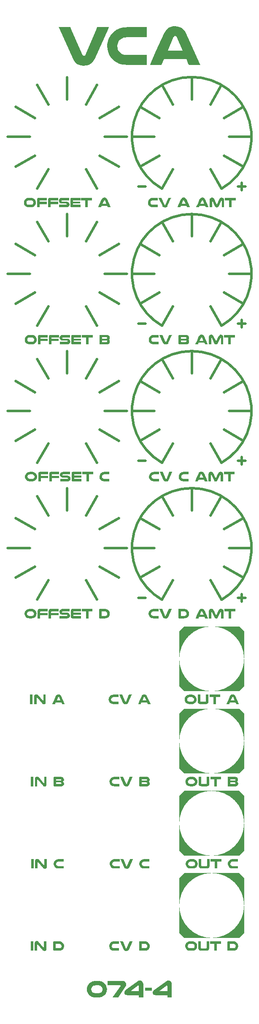
<source format=gto>
%TF.GenerationSoftware,KiCad,Pcbnew,9.0.4*%
%TF.CreationDate,2025-10-04T20:18:46+02:00*%
%TF.ProjectId,DMH_VCA_Bank_PANEL,444d485f-5643-4415-9f42-616e6b5f5041,rev?*%
%TF.SameCoordinates,Original*%
%TF.FileFunction,Legend,Top*%
%TF.FilePolarity,Positive*%
%FSLAX46Y46*%
G04 Gerber Fmt 4.6, Leading zero omitted, Abs format (unit mm)*
G04 Created by KiCad (PCBNEW 9.0.4) date 2025-10-04 20:18:46*
%MOMM*%
%LPD*%
G01*
G04 APERTURE LIST*
%ADD10C,0.800000*%
%ADD11C,0.875000*%
%ADD12C,0.150000*%
%ADD13C,0.000000*%
%ADD14C,0.500000*%
%ADD15C,0.500000*%
%ADD16C,12.000000*%
%ADD17C,4.000000*%
%ADD18O,2.500000X1.500000*%
G04 APERTURE END LIST*
D10*
G36*
X63648570Y-38839016D02*
G01*
X63794353Y-39122984D01*
X63959816Y-39373672D01*
X64132303Y-39577694D01*
X64322862Y-39753342D01*
X64524506Y-39896302D01*
X64743865Y-40013279D01*
X65240116Y-40170779D01*
X65843824Y-40226315D01*
X66178355Y-40210627D01*
X66486496Y-40163337D01*
X66748894Y-40091171D01*
X66990389Y-39991411D01*
X67203469Y-39869327D01*
X67398710Y-39721286D01*
X67739744Y-39344695D01*
X68027355Y-38839016D01*
X70737963Y-32840411D01*
X70861061Y-32504333D01*
X68497767Y-32504333D01*
X68408374Y-32773000D01*
X66168179Y-37999309D01*
X66098945Y-38119832D01*
X66018246Y-38193425D01*
X65854571Y-38234270D01*
X65745722Y-38217896D01*
X65647979Y-38165801D01*
X65530217Y-37999309D01*
X63267551Y-32773000D01*
X63189393Y-32504333D01*
X60792394Y-32504333D01*
X60915492Y-32840411D01*
X63648570Y-38839016D01*
G37*
G36*
X78515632Y-38076489D02*
G01*
X74551082Y-38076489D01*
X74238813Y-38061173D01*
X73957777Y-38016485D01*
X73713366Y-37946842D01*
X73495257Y-37853056D01*
X73131745Y-37599887D01*
X73027983Y-37495191D01*
X72880884Y-37314063D01*
X72758326Y-37113620D01*
X72663090Y-36897664D01*
X72596965Y-36668114D01*
X72557572Y-36298401D01*
X72617675Y-35839522D01*
X72795679Y-35407933D01*
X72926223Y-35212281D01*
X73080994Y-35036515D01*
X73117376Y-35001472D01*
X73310208Y-34845054D01*
X73530034Y-34714905D01*
X73749126Y-34625009D01*
X73997570Y-34559525D01*
X74551082Y-34509567D01*
X78515632Y-34509567D01*
X78515632Y-32504333D01*
X74551082Y-32504333D01*
X74135563Y-32519731D01*
X73745022Y-32564991D01*
X73382202Y-32637849D01*
X73042396Y-32737247D01*
X72723728Y-32862337D01*
X72426768Y-33011420D01*
X71884644Y-33384657D01*
X71751082Y-33501332D01*
X71288930Y-34014118D01*
X71094042Y-34300285D01*
X70925293Y-34604164D01*
X70785750Y-34920325D01*
X70674919Y-35250473D01*
X70595627Y-35586247D01*
X70546945Y-35932325D01*
X70530356Y-36287655D01*
X70591078Y-36977622D01*
X70770515Y-37635040D01*
X71063227Y-38244697D01*
X71460538Y-38788711D01*
X71504885Y-38838039D01*
X71747993Y-39081385D01*
X72014068Y-39301548D01*
X72292157Y-39490111D01*
X72592333Y-39654543D01*
X72907450Y-39790681D01*
X73244434Y-39901294D01*
X73600788Y-39984615D01*
X73979415Y-40040409D01*
X74551082Y-40070000D01*
X78515632Y-40070000D01*
X78515632Y-38076489D01*
G37*
G36*
X84740360Y-32372322D02*
G01*
X85233641Y-32531552D01*
X85453141Y-32650281D01*
X85655152Y-32795272D01*
X85846684Y-32973631D01*
X86020183Y-33180534D01*
X86186653Y-33434270D01*
X86333357Y-33721151D01*
X89065946Y-39734410D01*
X89189044Y-40070000D01*
X86904397Y-40070000D01*
X86815520Y-39814911D01*
X86814515Y-39812568D01*
X86411515Y-38894214D01*
X81931612Y-38894214D01*
X81539847Y-39801332D01*
X81539029Y-39803513D01*
X81461200Y-40070000D01*
X79120377Y-40070000D01*
X79243475Y-39734410D01*
X80374620Y-37225059D01*
X82670691Y-37225059D01*
X85672436Y-37225059D01*
X84507397Y-34507124D01*
X84383319Y-34339506D01*
X84278173Y-34287542D01*
X84160572Y-34271186D01*
X84142955Y-34271514D01*
X83964403Y-34326253D01*
X83888062Y-34398134D01*
X83824494Y-34507124D01*
X82670691Y-37225059D01*
X80374620Y-37225059D01*
X81954083Y-33721151D01*
X82252465Y-33197366D01*
X82595413Y-32821092D01*
X82791321Y-32673241D01*
X83005212Y-32551142D01*
X83246803Y-32451603D01*
X83509383Y-32379497D01*
X83816208Y-32332413D01*
X84149337Y-32316755D01*
X84740360Y-32372322D01*
G37*
D11*
G36*
X68790131Y-223893568D02*
G01*
X68965818Y-223905313D01*
X69130926Y-223929624D01*
X69286797Y-223966196D01*
X69432595Y-224014298D01*
X69572019Y-224074980D01*
X69701542Y-224146500D01*
X69827061Y-224232387D01*
X69942494Y-224328709D01*
X70064152Y-224453742D01*
X70241250Y-224696849D01*
X70370975Y-224965618D01*
X70449984Y-225251559D01*
X70476562Y-225547725D01*
X70476508Y-225561527D01*
X70468272Y-225717379D01*
X70446468Y-225868689D01*
X70410991Y-226017389D01*
X70362774Y-226160071D01*
X70301668Y-226297700D01*
X70228876Y-226427799D01*
X70144735Y-226550146D01*
X70050205Y-226663518D01*
X69891035Y-226815963D01*
X69653264Y-226979464D01*
X69522056Y-227045113D01*
X69381519Y-227100070D01*
X69231306Y-227143855D01*
X69071408Y-227175872D01*
X68899582Y-227195753D01*
X68717494Y-227202501D01*
X68212705Y-227202501D01*
X67962601Y-227189555D01*
X67796952Y-227165145D01*
X67641047Y-227128692D01*
X67493617Y-227080298D01*
X67355753Y-227020738D01*
X67224426Y-226948799D01*
X67102762Y-226866303D01*
X66986354Y-226769982D01*
X66879994Y-226663518D01*
X66860593Y-226641937D01*
X66686769Y-226403931D01*
X66558708Y-226137206D01*
X66480204Y-225849585D01*
X66454052Y-225552426D01*
X67340545Y-225552426D01*
X67357779Y-225714176D01*
X67386709Y-225814604D01*
X67428375Y-225909085D01*
X67481994Y-225996778D01*
X67546350Y-226076022D01*
X67591746Y-226121826D01*
X67750782Y-226232588D01*
X67846205Y-226273619D01*
X67953134Y-226304088D01*
X68076088Y-226323639D01*
X68212705Y-226330340D01*
X68717494Y-226330340D01*
X68798207Y-226328080D01*
X68922794Y-226314520D01*
X69034979Y-226289369D01*
X69136461Y-226252921D01*
X69226627Y-226206164D01*
X69310836Y-226146018D01*
X69383850Y-226076022D01*
X69485993Y-225937830D01*
X69563469Y-225751199D01*
X69589655Y-225552426D01*
X69589508Y-225537276D01*
X69580310Y-225432109D01*
X69557447Y-225330683D01*
X69521220Y-225232955D01*
X69472765Y-225141642D01*
X69344527Y-224985020D01*
X69334732Y-224976058D01*
X69176334Y-224865872D01*
X69084082Y-224825831D01*
X68979770Y-224795924D01*
X68856963Y-224776495D01*
X68717494Y-224769811D01*
X68212705Y-224769811D01*
X67970544Y-224791668D01*
X67861850Y-224820317D01*
X67765997Y-224859647D01*
X67669823Y-224916587D01*
X67585459Y-224985020D01*
X67569542Y-225000351D01*
X67501830Y-225077249D01*
X67444717Y-225162847D01*
X67366840Y-225351667D01*
X67340545Y-225552426D01*
X66454052Y-225552426D01*
X66453638Y-225547725D01*
X66460895Y-225392268D01*
X66482194Y-225240859D01*
X66516884Y-225093958D01*
X66565373Y-224949518D01*
X66626423Y-224811198D01*
X66700250Y-224678250D01*
X66785514Y-224553052D01*
X66987705Y-224328709D01*
X67046139Y-224277663D01*
X67283318Y-224114372D01*
X67413238Y-224049148D01*
X67552655Y-223994421D01*
X67701320Y-223950934D01*
X67860054Y-223919059D01*
X68030916Y-223899258D01*
X68212705Y-223892521D01*
X68717494Y-223892521D01*
X68790131Y-223893568D01*
G37*
G36*
X73134932Y-224769811D02*
G01*
X73176442Y-224776100D01*
X73203269Y-224792764D01*
X73222981Y-224848030D01*
X73217558Y-224885991D01*
X73193702Y-224931164D01*
X71684465Y-227065511D01*
X71610948Y-227202501D01*
X72728237Y-227202501D01*
X72796838Y-227075342D01*
X74163957Y-225068368D01*
X74251474Y-224928017D01*
X74308376Y-224810696D01*
X74338367Y-224719137D01*
X74352382Y-224636736D01*
X74355016Y-224578539D01*
X74328715Y-224387559D01*
X74251948Y-224214802D01*
X74183405Y-224122904D01*
X74116102Y-224055576D01*
X74037997Y-223998493D01*
X73954476Y-223955232D01*
X73860282Y-223922640D01*
X73756231Y-223901726D01*
X73640640Y-223892799D01*
X73615144Y-223892521D01*
X70601584Y-223892521D01*
X70601584Y-224769811D01*
X73134932Y-224769811D01*
G37*
G36*
X77260426Y-223828064D02*
G01*
X77433292Y-223888441D01*
X77572244Y-223987196D01*
X77671381Y-224117778D01*
X77709049Y-224202448D01*
X77737683Y-224302834D01*
X77756681Y-224426199D01*
X77763303Y-224570631D01*
X77763303Y-227202501D01*
X76871694Y-227202501D01*
X76871694Y-226737462D01*
X74563813Y-226737462D01*
X74372442Y-226722776D01*
X74277632Y-226700163D01*
X74197777Y-226668128D01*
X74126710Y-226624079D01*
X74068855Y-226570980D01*
X74050541Y-226549055D01*
X74006210Y-226479508D01*
X73974330Y-226401676D01*
X73953309Y-226308392D01*
X73946398Y-226208310D01*
X73946562Y-226194495D01*
X73972401Y-226046061D01*
X74003305Y-225975504D01*
X74046012Y-225909540D01*
X75303686Y-225909540D01*
X75312332Y-225940532D01*
X75330394Y-225957118D01*
X75357541Y-225963395D01*
X76871694Y-225963395D01*
X76871694Y-224938430D01*
X76865386Y-224897322D01*
X76848999Y-224866992D01*
X76798177Y-224840336D01*
X76760724Y-224845866D01*
X76719745Y-224869829D01*
X75337880Y-225855471D01*
X75335241Y-225857104D01*
X75311050Y-225879776D01*
X75303686Y-225909540D01*
X74046012Y-225909540D01*
X74049194Y-225904625D01*
X74067847Y-225880839D01*
X74144632Y-225801888D01*
X74269745Y-225703521D01*
X76626566Y-223977365D01*
X76697675Y-223928482D01*
X76879206Y-223841011D01*
X76980870Y-223817695D01*
X77087117Y-223810456D01*
X77260426Y-223828064D01*
G37*
G36*
X78153756Y-225834741D02*
G01*
X79486680Y-225834741D01*
X79486680Y-225271394D01*
X78153756Y-225271394D01*
X78153756Y-225834741D01*
G37*
G36*
X82981082Y-223828064D02*
G01*
X83153948Y-223888441D01*
X83292900Y-223987196D01*
X83392037Y-224117778D01*
X83429705Y-224202448D01*
X83458339Y-224302834D01*
X83477337Y-224426199D01*
X83483959Y-224570631D01*
X83483959Y-227202501D01*
X82592350Y-227202501D01*
X82592350Y-226737462D01*
X80284469Y-226737462D01*
X80093098Y-226722776D01*
X79998288Y-226700163D01*
X79918433Y-226668128D01*
X79847366Y-226624079D01*
X79789511Y-226570980D01*
X79771197Y-226549055D01*
X79726866Y-226479508D01*
X79694986Y-226401676D01*
X79673965Y-226308392D01*
X79667054Y-226208310D01*
X79667218Y-226194495D01*
X79693057Y-226046061D01*
X79723961Y-225975504D01*
X79766668Y-225909540D01*
X81024342Y-225909540D01*
X81032988Y-225940532D01*
X81051050Y-225957118D01*
X81078197Y-225963395D01*
X82592350Y-225963395D01*
X82592350Y-224938430D01*
X82586042Y-224897322D01*
X82569655Y-224866992D01*
X82518833Y-224840336D01*
X82481380Y-224845866D01*
X82440401Y-224869829D01*
X81058536Y-225855471D01*
X81055897Y-225857104D01*
X81031706Y-225879776D01*
X81024342Y-225909540D01*
X79766668Y-225909540D01*
X79769850Y-225904625D01*
X79788503Y-225880839D01*
X79865288Y-225801888D01*
X79990401Y-225703521D01*
X82347222Y-223977365D01*
X82418331Y-223928482D01*
X82599862Y-223841011D01*
X82701526Y-223817695D01*
X82807773Y-223810456D01*
X82981082Y-223828064D01*
G37*
D12*
G36*
X55271231Y-199438583D02*
G01*
X55271231Y-201330000D01*
X55780844Y-201330000D01*
X55780844Y-199438583D01*
X55271231Y-199438583D01*
G37*
G36*
X58412805Y-199438583D02*
G01*
X57917236Y-199438583D01*
X57917236Y-200661385D01*
X57913573Y-200685490D01*
X57903557Y-200701795D01*
X57878035Y-200711699D01*
X57853168Y-200707852D01*
X57830408Y-200689351D01*
X56906437Y-199584152D01*
X56853139Y-199524903D01*
X56799096Y-199477972D01*
X56750460Y-199446457D01*
X56699135Y-199422763D01*
X56585836Y-199396323D01*
X56497697Y-199391688D01*
X56420650Y-199395687D01*
X56348916Y-199408050D01*
X56290805Y-199426278D01*
X56237930Y-199451778D01*
X56194955Y-199481497D01*
X56157108Y-199517778D01*
X56126276Y-199558554D01*
X56100757Y-199605736D01*
X56067087Y-199719745D01*
X56058060Y-199834989D01*
X56058060Y-201330000D01*
X56556437Y-201330000D01*
X56556437Y-200045282D01*
X56560069Y-200023526D01*
X56569860Y-200007092D01*
X56602719Y-199992056D01*
X56604065Y-199992037D01*
X56622769Y-199995945D01*
X56639869Y-200007669D01*
X56648883Y-200017316D01*
X57687648Y-201220701D01*
X57728641Y-201262155D01*
X57773675Y-201296419D01*
X57874541Y-201343814D01*
X57997967Y-201366861D01*
X58057187Y-201369078D01*
X58114272Y-201365120D01*
X58169378Y-201353044D01*
X58218178Y-201334140D01*
X58263457Y-201307626D01*
X58301821Y-201275753D01*
X58335648Y-201236818D01*
X58363127Y-201192745D01*
X58385181Y-201141839D01*
X58401020Y-201084740D01*
X58410381Y-201020646D01*
X58412805Y-200963513D01*
X58412805Y-199438583D01*
G37*
G36*
X61773465Y-200831622D02*
G01*
X60782327Y-200831622D01*
X60704260Y-200827793D01*
X60634001Y-200816621D01*
X60572898Y-200799210D01*
X60518371Y-200775764D01*
X60427493Y-200712471D01*
X60401552Y-200686297D01*
X60364778Y-200641015D01*
X60334138Y-200590905D01*
X60310329Y-200536916D01*
X60293798Y-200479528D01*
X60283950Y-200387100D01*
X60298975Y-200272380D01*
X60343476Y-200164483D01*
X60376112Y-200115570D01*
X60414805Y-200071628D01*
X60423901Y-200062868D01*
X60472109Y-200023763D01*
X60527065Y-199991226D01*
X60581838Y-199968752D01*
X60643949Y-199952381D01*
X60782327Y-199939891D01*
X61773465Y-199939891D01*
X61773465Y-199438583D01*
X60782327Y-199438583D01*
X60678447Y-199442432D01*
X60580812Y-199453747D01*
X60490107Y-199471962D01*
X60405156Y-199496811D01*
X60325489Y-199528084D01*
X60251249Y-199565355D01*
X60115718Y-199658664D01*
X60082327Y-199687833D01*
X59966789Y-199816029D01*
X59918067Y-199887571D01*
X59875880Y-199963541D01*
X59840994Y-200042581D01*
X59813286Y-200125118D01*
X59793463Y-200209061D01*
X59781293Y-200295581D01*
X59777146Y-200384413D01*
X59792326Y-200556905D01*
X59837185Y-200721260D01*
X59910363Y-200873674D01*
X60009691Y-201009677D01*
X60020778Y-201022009D01*
X60081555Y-201082846D01*
X60148074Y-201137887D01*
X60217596Y-201185027D01*
X60292640Y-201226135D01*
X60371419Y-201260170D01*
X60455665Y-201287823D01*
X60544754Y-201308653D01*
X60639410Y-201322602D01*
X60782327Y-201330000D01*
X61773465Y-201330000D01*
X61773465Y-200831622D01*
G37*
G36*
X87719716Y-199439181D02*
G01*
X87820109Y-199445892D01*
X87914456Y-199459784D01*
X88003525Y-199480683D01*
X88086838Y-199508169D01*
X88166510Y-199542845D01*
X88240523Y-199583713D01*
X88312248Y-199632792D01*
X88378210Y-199687833D01*
X88447728Y-199759281D01*
X88548927Y-199898198D01*
X88623056Y-200051781D01*
X88668204Y-200215176D01*
X88683391Y-200384413D01*
X88683360Y-200392301D01*
X88678654Y-200481359D01*
X88666194Y-200567822D01*
X88645922Y-200652793D01*
X88618370Y-200734326D01*
X88583452Y-200812971D01*
X88541857Y-200887313D01*
X88493776Y-200957226D01*
X88439759Y-201022009D01*
X88348819Y-201109144D01*
X88212989Y-201202550D01*
X88138010Y-201240063D01*
X88057695Y-201271466D01*
X87971845Y-201296487D01*
X87880459Y-201314783D01*
X87782264Y-201326144D01*
X87678210Y-201330000D01*
X87280582Y-201330000D01*
X87137666Y-201322602D01*
X87043009Y-201308653D01*
X86953920Y-201287823D01*
X86869674Y-201260170D01*
X86790895Y-201226135D01*
X86715851Y-201185027D01*
X86646329Y-201137887D01*
X86579810Y-201082846D01*
X86519033Y-201022009D01*
X86507946Y-201009677D01*
X86408619Y-200873674D01*
X86335441Y-200721260D01*
X86290581Y-200556905D01*
X86275637Y-200387100D01*
X86782205Y-200387100D01*
X86792053Y-200479528D01*
X86808584Y-200536916D01*
X86832393Y-200590905D01*
X86863033Y-200641015D01*
X86899808Y-200686297D01*
X86925748Y-200712471D01*
X87016626Y-200775764D01*
X87071153Y-200799210D01*
X87132256Y-200816621D01*
X87202515Y-200827793D01*
X87280582Y-200831622D01*
X87678210Y-200831622D01*
X87724331Y-200830330D01*
X87795524Y-200822582D01*
X87859629Y-200808210D01*
X87917619Y-200787383D01*
X87969143Y-200760665D01*
X88017262Y-200726295D01*
X88058984Y-200686297D01*
X88117352Y-200607330D01*
X88161624Y-200500684D01*
X88176587Y-200387100D01*
X88176508Y-200378682D01*
X88171281Y-200318558D01*
X88158241Y-200260570D01*
X88137556Y-200204675D01*
X88109882Y-200152450D01*
X88036636Y-200062868D01*
X88031038Y-200057747D01*
X87940504Y-199994790D01*
X87887755Y-199971905D01*
X87828113Y-199954813D01*
X87757915Y-199943710D01*
X87678210Y-199939891D01*
X87280582Y-199939891D01*
X87142204Y-199952381D01*
X87080093Y-199968752D01*
X87025320Y-199991226D01*
X86970364Y-200023763D01*
X86922156Y-200062868D01*
X86913060Y-200071628D01*
X86874368Y-200115570D01*
X86841732Y-200164483D01*
X86797231Y-200272380D01*
X86782205Y-200387100D01*
X86275637Y-200387100D01*
X86275401Y-200384413D01*
X86279548Y-200295581D01*
X86291719Y-200209061D01*
X86311541Y-200125118D01*
X86339249Y-200042581D01*
X86374135Y-199963541D01*
X86416322Y-199887571D01*
X86465044Y-199816029D01*
X86580582Y-199687833D01*
X86613973Y-199658664D01*
X86749504Y-199565355D01*
X86823744Y-199528084D01*
X86903411Y-199496811D01*
X86988362Y-199471962D01*
X87079067Y-199453747D01*
X87176703Y-199442432D01*
X87280582Y-199438583D01*
X87678210Y-199438583D01*
X87719716Y-199439181D01*
G37*
G36*
X90426674Y-201330000D02*
G01*
X90541371Y-201326056D01*
X90644044Y-201314083D01*
X90724944Y-201296682D01*
X90797021Y-201272716D01*
X90855187Y-201245062D01*
X90906438Y-201211734D01*
X90948869Y-201174741D01*
X90985399Y-201132440D01*
X91041370Y-201031636D01*
X91076899Y-200901795D01*
X91090282Y-200725376D01*
X91090282Y-199438583D01*
X90580670Y-199438583D01*
X90580670Y-200669445D01*
X90576753Y-200717883D01*
X90564966Y-200758305D01*
X90548329Y-200786991D01*
X90525696Y-200809866D01*
X90464138Y-200838151D01*
X90393091Y-200845666D01*
X89606263Y-200845666D01*
X89554616Y-200841758D01*
X89511989Y-200830034D01*
X89482310Y-200813681D01*
X89458940Y-200791536D01*
X89431045Y-200732498D01*
X89424302Y-200669445D01*
X89424302Y-199438583D01*
X88914689Y-199438583D01*
X88914689Y-200725376D01*
X88918655Y-200826061D01*
X88930788Y-200916921D01*
X88948426Y-200988680D01*
X88972850Y-201053176D01*
X89001318Y-201105901D01*
X89035835Y-201152775D01*
X89074861Y-201192396D01*
X89119797Y-201226808D01*
X89229589Y-201280936D01*
X89374509Y-201316238D01*
X89578297Y-201330000D01*
X90426674Y-201330000D01*
G37*
G36*
X91274563Y-199438583D02*
G01*
X91274563Y-199939891D01*
X92106210Y-199939891D01*
X92106210Y-201330000D01*
X92615701Y-201330000D01*
X92615701Y-199939891D01*
X93444539Y-199939891D01*
X93444539Y-199438583D01*
X91274563Y-199438583D01*
G37*
G36*
X96724476Y-200831622D02*
G01*
X95733339Y-200831622D01*
X95655272Y-200827793D01*
X95585013Y-200816621D01*
X95523910Y-200799210D01*
X95469383Y-200775764D01*
X95378505Y-200712471D01*
X95352564Y-200686297D01*
X95315789Y-200641015D01*
X95285150Y-200590905D01*
X95261341Y-200536916D01*
X95244810Y-200479528D01*
X95234961Y-200387100D01*
X95249987Y-200272380D01*
X95294488Y-200164483D01*
X95327124Y-200115570D01*
X95365817Y-200071628D01*
X95374912Y-200062868D01*
X95423120Y-200023763D01*
X95478077Y-199991226D01*
X95532850Y-199968752D01*
X95594961Y-199952381D01*
X95733339Y-199939891D01*
X96724476Y-199939891D01*
X96724476Y-199438583D01*
X95733339Y-199438583D01*
X95629459Y-199442432D01*
X95531824Y-199453747D01*
X95441119Y-199471962D01*
X95356167Y-199496811D01*
X95276500Y-199528084D01*
X95202260Y-199565355D01*
X95066729Y-199658664D01*
X95033339Y-199687833D01*
X94917801Y-199816029D01*
X94869079Y-199887571D01*
X94826891Y-199963541D01*
X94792006Y-200042581D01*
X94764298Y-200125118D01*
X94744475Y-200209061D01*
X94732305Y-200295581D01*
X94728157Y-200384413D01*
X94743338Y-200556905D01*
X94788197Y-200721260D01*
X94861375Y-200873674D01*
X94960703Y-201009677D01*
X94971790Y-201022009D01*
X95032566Y-201082846D01*
X95099085Y-201137887D01*
X95168607Y-201185027D01*
X95243652Y-201226135D01*
X95322431Y-201260170D01*
X95406677Y-201287823D01*
X95495765Y-201308653D01*
X95590422Y-201322602D01*
X95733339Y-201330000D01*
X96724476Y-201330000D01*
X96724476Y-200831622D01*
G37*
G36*
X72923570Y-217331622D02*
G01*
X71932432Y-217331622D01*
X71854365Y-217327793D01*
X71784106Y-217316621D01*
X71723003Y-217299210D01*
X71668476Y-217275764D01*
X71577598Y-217212471D01*
X71551658Y-217186297D01*
X71514883Y-217141015D01*
X71484243Y-217090905D01*
X71460434Y-217036916D01*
X71443903Y-216979528D01*
X71434055Y-216887100D01*
X71449081Y-216772380D01*
X71493582Y-216664483D01*
X71526218Y-216615570D01*
X71564910Y-216571628D01*
X71574006Y-216562868D01*
X71622214Y-216523763D01*
X71677170Y-216491226D01*
X71731943Y-216468752D01*
X71794054Y-216452381D01*
X71932432Y-216439891D01*
X72923570Y-216439891D01*
X72923570Y-215938583D01*
X71932432Y-215938583D01*
X71828553Y-215942432D01*
X71730917Y-215953747D01*
X71640212Y-215971962D01*
X71555261Y-215996811D01*
X71475594Y-216028084D01*
X71401354Y-216065355D01*
X71265823Y-216158664D01*
X71232432Y-216187833D01*
X71116894Y-216316029D01*
X71068172Y-216387571D01*
X71025985Y-216463541D01*
X70991099Y-216542581D01*
X70963391Y-216625118D01*
X70943569Y-216709061D01*
X70931398Y-216795581D01*
X70927251Y-216884413D01*
X70942431Y-217056905D01*
X70987291Y-217221260D01*
X71060469Y-217373674D01*
X71159796Y-217509677D01*
X71170883Y-217522009D01*
X71231660Y-217582846D01*
X71298179Y-217637887D01*
X71367701Y-217685027D01*
X71442745Y-217726135D01*
X71521524Y-217760170D01*
X71605770Y-217787823D01*
X71694859Y-217808653D01*
X71789516Y-217822602D01*
X71932432Y-217830000D01*
X72923570Y-217830000D01*
X72923570Y-217331622D01*
G37*
G36*
X73788800Y-217522254D02*
G01*
X73825246Y-217593246D01*
X73866612Y-217655918D01*
X73909733Y-217706923D01*
X73957373Y-217750835D01*
X74007784Y-217786575D01*
X74062624Y-217815819D01*
X74186687Y-217855194D01*
X74337614Y-217869078D01*
X74421246Y-217865156D01*
X74498282Y-217853334D01*
X74563881Y-217835292D01*
X74624255Y-217810352D01*
X74677525Y-217779831D01*
X74726335Y-217742821D01*
X74811594Y-217648673D01*
X74883497Y-217522254D01*
X75561148Y-216022602D01*
X75591923Y-215938583D01*
X75001099Y-215938583D01*
X74978751Y-216005750D01*
X74418702Y-217312327D01*
X74401394Y-217342458D01*
X74381219Y-217360856D01*
X74340300Y-217371067D01*
X74313088Y-217366974D01*
X74288652Y-217353950D01*
X74259212Y-217312327D01*
X73693545Y-216005750D01*
X73674006Y-215938583D01*
X73074756Y-215938583D01*
X73105531Y-216022602D01*
X73788800Y-217522254D01*
G37*
G36*
X78104027Y-215939190D02*
G01*
X78204410Y-215945925D01*
X78298753Y-215959840D01*
X78387810Y-215980757D01*
X78471111Y-216008261D01*
X78550741Y-216042940D01*
X78624709Y-216083805D01*
X78696337Y-216132844D01*
X78762195Y-216187833D01*
X78831714Y-216259281D01*
X78932913Y-216398198D01*
X79007041Y-216551781D01*
X79052189Y-216715176D01*
X79067376Y-216884413D01*
X79067345Y-216892385D01*
X79062634Y-216981474D01*
X79050172Y-217067964D01*
X79029906Y-217152932D01*
X79002363Y-217234461D01*
X78967468Y-217313077D01*
X78925896Y-217387391D01*
X78877850Y-217457262D01*
X78823866Y-217522009D01*
X78732883Y-217609145D01*
X78597017Y-217702561D01*
X78522039Y-217740070D01*
X78441727Y-217771471D01*
X78355880Y-217796489D01*
X78264494Y-217814783D01*
X78166280Y-217826144D01*
X78062195Y-217830000D01*
X77040283Y-217830000D01*
X77032723Y-217829883D01*
X76970749Y-217816125D01*
X76948822Y-217800885D01*
X76932571Y-217779969D01*
X76920955Y-217748709D01*
X76917062Y-217709710D01*
X76917062Y-216478970D01*
X77423866Y-216478970D01*
X77423866Y-217292543D01*
X77427301Y-217314148D01*
X77439207Y-217327484D01*
X77460259Y-217331622D01*
X78062195Y-217331622D01*
X78108393Y-217330328D01*
X78179609Y-217322577D01*
X78243729Y-217308204D01*
X78301723Y-217287379D01*
X78353246Y-217260665D01*
X78401369Y-217226295D01*
X78443092Y-217186297D01*
X78501327Y-217107512D01*
X78545602Y-217000833D01*
X78560573Y-216887100D01*
X78560487Y-216878344D01*
X78555225Y-216818228D01*
X78542161Y-216760251D01*
X78521481Y-216704435D01*
X78493819Y-216652283D01*
X78420621Y-216562868D01*
X78414997Y-216557723D01*
X78324493Y-216494776D01*
X78271772Y-216471900D01*
X78212153Y-216454813D01*
X78141942Y-216443710D01*
X78062195Y-216439891D01*
X77460259Y-216439891D01*
X77440346Y-216443470D01*
X77427880Y-216456038D01*
X77423866Y-216478970D01*
X76917062Y-216478970D01*
X76917062Y-216056186D01*
X76930190Y-215992338D01*
X76945749Y-215970423D01*
X76967227Y-215954214D01*
X76999796Y-215942491D01*
X77040283Y-215938583D01*
X78062195Y-215938583D01*
X78104027Y-215939190D01*
G37*
G36*
X55257330Y-66739181D02*
G01*
X55357723Y-66745892D01*
X55452070Y-66759784D01*
X55541139Y-66780683D01*
X55624452Y-66808169D01*
X55704124Y-66842845D01*
X55778137Y-66883713D01*
X55849862Y-66932792D01*
X55915824Y-66987833D01*
X55985342Y-67059281D01*
X56086541Y-67198198D01*
X56160670Y-67351781D01*
X56205818Y-67515176D01*
X56221005Y-67684413D01*
X56220974Y-67692301D01*
X56216268Y-67781359D01*
X56203808Y-67867822D01*
X56183536Y-67952793D01*
X56155984Y-68034326D01*
X56121066Y-68112971D01*
X56079471Y-68187313D01*
X56031390Y-68257226D01*
X55977373Y-68322009D01*
X55886433Y-68409144D01*
X55750603Y-68502550D01*
X55675624Y-68540063D01*
X55595309Y-68571466D01*
X55509459Y-68596487D01*
X55418073Y-68614783D01*
X55319878Y-68626144D01*
X55215824Y-68630000D01*
X54818196Y-68630000D01*
X54675280Y-68622602D01*
X54580623Y-68608653D01*
X54491534Y-68587823D01*
X54407288Y-68560170D01*
X54328509Y-68526135D01*
X54253465Y-68485027D01*
X54183943Y-68437887D01*
X54117424Y-68382846D01*
X54056647Y-68322009D01*
X54045560Y-68309677D01*
X53946233Y-68173674D01*
X53873055Y-68021260D01*
X53828195Y-67856905D01*
X53813251Y-67687100D01*
X54319819Y-67687100D01*
X54329667Y-67779528D01*
X54346198Y-67836916D01*
X54370007Y-67890905D01*
X54400647Y-67941015D01*
X54437422Y-67986297D01*
X54463362Y-68012471D01*
X54554240Y-68075764D01*
X54608767Y-68099210D01*
X54669870Y-68116621D01*
X54740129Y-68127793D01*
X54818196Y-68131622D01*
X55215824Y-68131622D01*
X55261945Y-68130330D01*
X55333138Y-68122582D01*
X55397243Y-68108210D01*
X55455233Y-68087383D01*
X55506757Y-68060665D01*
X55554876Y-68026295D01*
X55596598Y-67986297D01*
X55654966Y-67907330D01*
X55699238Y-67800684D01*
X55714201Y-67687100D01*
X55714122Y-67678682D01*
X55708895Y-67618558D01*
X55695855Y-67560570D01*
X55675170Y-67504675D01*
X55647496Y-67452450D01*
X55574250Y-67362868D01*
X55568652Y-67357747D01*
X55478118Y-67294790D01*
X55425369Y-67271905D01*
X55365727Y-67254813D01*
X55295529Y-67243710D01*
X55215824Y-67239891D01*
X54818196Y-67239891D01*
X54679818Y-67252381D01*
X54617707Y-67268752D01*
X54562934Y-67291226D01*
X54507978Y-67323763D01*
X54459770Y-67362868D01*
X54450674Y-67371628D01*
X54411982Y-67415570D01*
X54379346Y-67464483D01*
X54334845Y-67572380D01*
X54319819Y-67687100D01*
X53813251Y-67687100D01*
X53813015Y-67684413D01*
X53817162Y-67595581D01*
X53829333Y-67509061D01*
X53849155Y-67425118D01*
X53876863Y-67342581D01*
X53911749Y-67263541D01*
X53953936Y-67187571D01*
X54002658Y-67116029D01*
X54118196Y-66987833D01*
X54151587Y-66958664D01*
X54287118Y-66865355D01*
X54361358Y-66828084D01*
X54441025Y-66796811D01*
X54525976Y-66771962D01*
X54616681Y-66753747D01*
X54714317Y-66742432D01*
X54818196Y-66738583D01*
X55215824Y-66738583D01*
X55257330Y-66739181D01*
G37*
G36*
X56802303Y-66738583D02*
G01*
X56732874Y-66742505D01*
X56671273Y-66754325D01*
X56622828Y-66771655D01*
X56580677Y-66795428D01*
X56546969Y-66823541D01*
X56518789Y-66857389D01*
X56479126Y-66942285D01*
X56461306Y-67057647D01*
X56460729Y-67085896D01*
X56460729Y-68630000D01*
X56967533Y-68630000D01*
X56967533Y-67998387D01*
X58443127Y-67998387D01*
X58443127Y-67527976D01*
X56967533Y-67527976D01*
X56967533Y-67323789D01*
X56971476Y-67289951D01*
X56983441Y-67264801D01*
X57020563Y-67242457D01*
X57045935Y-67239891D01*
X58451553Y-67239891D01*
X58451553Y-66738583D01*
X56802303Y-66738583D01*
G37*
G36*
X59014166Y-66738583D02*
G01*
X58944737Y-66742505D01*
X58883137Y-66754325D01*
X58834692Y-66771655D01*
X58792541Y-66795428D01*
X58758832Y-66823541D01*
X58730652Y-66857389D01*
X58690989Y-66942285D01*
X58673169Y-67057647D01*
X58672593Y-67085896D01*
X58672593Y-68630000D01*
X59179397Y-68630000D01*
X59179397Y-67998387D01*
X60654990Y-67998387D01*
X60654990Y-67527976D01*
X59179397Y-67527976D01*
X59179397Y-67323789D01*
X59183339Y-67289951D01*
X59195304Y-67264801D01*
X59232426Y-67242457D01*
X59257799Y-67239891D01*
X60663416Y-67239891D01*
X60663416Y-66738583D01*
X59014166Y-66738583D01*
G37*
G36*
X62866853Y-66738583D02*
G01*
X61478088Y-66738583D01*
X61379043Y-66742407D01*
X61291604Y-66753546D01*
X61217870Y-66770569D01*
X61152793Y-66793379D01*
X61045371Y-66854188D01*
X60982397Y-66909431D01*
X60938206Y-66960451D01*
X60900243Y-67016229D01*
X60869223Y-67075740D01*
X60845339Y-67138821D01*
X60829369Y-67203381D01*
X60821153Y-67270299D01*
X60820098Y-67304616D01*
X60823951Y-67372586D01*
X60835291Y-67437920D01*
X60879750Y-67560632D01*
X60951951Y-67669918D01*
X60979711Y-67700533D01*
X61028419Y-67744731D01*
X61084469Y-67783348D01*
X61141997Y-67812712D01*
X61207346Y-67836636D01*
X61279713Y-67854342D01*
X61361282Y-67865988D01*
X61478088Y-67871381D01*
X62248064Y-67871381D01*
X62305574Y-67875293D01*
X62346850Y-67887041D01*
X62382397Y-67912903D01*
X62414279Y-67965446D01*
X62421598Y-68012676D01*
X62417793Y-68045618D01*
X62406790Y-68075289D01*
X62390824Y-68098527D01*
X62368198Y-68119276D01*
X62337429Y-68134224D01*
X62248064Y-68145666D01*
X60870412Y-68145666D01*
X60870412Y-68630000D01*
X62337579Y-68630000D01*
X62422118Y-68626162D01*
X62499462Y-68614927D01*
X62568412Y-68597208D01*
X62631142Y-68573219D01*
X62739395Y-68507858D01*
X62816417Y-68434117D01*
X62892205Y-68322234D01*
X62919931Y-68260487D01*
X62940235Y-68195741D01*
X62952252Y-68131242D01*
X62956368Y-68065310D01*
X62941287Y-67939721D01*
X62896126Y-67817838D01*
X62822177Y-67706404D01*
X62794069Y-67675376D01*
X62744568Y-67630374D01*
X62688536Y-67591170D01*
X62630699Y-67560803D01*
X62566342Y-67536435D01*
X62497265Y-67519031D01*
X62421176Y-67508236D01*
X62337579Y-67504528D01*
X61506054Y-67504528D01*
X61449416Y-67500450D01*
X61412217Y-67487531D01*
X61396877Y-67476441D01*
X61375299Y-67454054D01*
X61359347Y-67426072D01*
X61349250Y-67375080D01*
X61353075Y-67340683D01*
X61364219Y-67309888D01*
X61388451Y-67276406D01*
X61412545Y-67258352D01*
X61445791Y-67245961D01*
X61506054Y-67239891D01*
X62866853Y-67239891D01*
X62866853Y-66738583D01*
G37*
G36*
X63425681Y-66738583D02*
G01*
X63362923Y-66742496D01*
X63308494Y-66754258D01*
X63267323Y-66771213D01*
X63232659Y-66794346D01*
X63206125Y-66821599D01*
X63185288Y-66854297D01*
X63160481Y-66937702D01*
X63156891Y-66993450D01*
X63156891Y-68366828D01*
X63160794Y-68426739D01*
X63172482Y-68478855D01*
X63189512Y-68518903D01*
X63212727Y-68552761D01*
X63273664Y-68600051D01*
X63359267Y-68625709D01*
X63422872Y-68630000D01*
X65147715Y-68630000D01*
X65147715Y-68145666D01*
X63708514Y-68145666D01*
X63686536Y-68141758D01*
X63672077Y-68130034D01*
X63663695Y-68095840D01*
X63663695Y-67868572D01*
X65139288Y-67868572D01*
X65139288Y-67504528D01*
X63663695Y-67504528D01*
X63663695Y-67287763D01*
X63667679Y-67263440D01*
X63679934Y-67247456D01*
X63708514Y-67239891D01*
X65147715Y-67239891D01*
X65147715Y-66738583D01*
X63425681Y-66738583D01*
G37*
G36*
X65301221Y-66738583D02*
G01*
X65301221Y-67239891D01*
X66132868Y-67239891D01*
X66132868Y-68630000D01*
X66642359Y-68630000D01*
X66642359Y-67239891D01*
X67471197Y-67239891D01*
X67471197Y-66738583D01*
X65301221Y-66738583D01*
G37*
G36*
X70114992Y-66705580D02*
G01*
X70238313Y-66745388D01*
X70293188Y-66775070D01*
X70343690Y-66811318D01*
X70391574Y-66855907D01*
X70434948Y-66907633D01*
X70476566Y-66971067D01*
X70513242Y-67042787D01*
X71196389Y-68546102D01*
X71227164Y-68630000D01*
X70656002Y-68630000D01*
X70633782Y-68566227D01*
X70633531Y-68565642D01*
X70532781Y-68336053D01*
X69412806Y-68336053D01*
X69314864Y-68562833D01*
X69314660Y-68563378D01*
X69295203Y-68630000D01*
X68709997Y-68630000D01*
X68740771Y-68546102D01*
X69023557Y-67918764D01*
X69597575Y-67918764D01*
X70348011Y-67918764D01*
X70056752Y-67239281D01*
X70025732Y-67197376D01*
X69999446Y-67184385D01*
X69970046Y-67180296D01*
X69965641Y-67180378D01*
X69921003Y-67194063D01*
X69901918Y-67212033D01*
X69886026Y-67239281D01*
X69597575Y-67918764D01*
X69023557Y-67918764D01*
X69418423Y-67042787D01*
X69493019Y-66911841D01*
X69578756Y-66817773D01*
X69627733Y-66780810D01*
X69681206Y-66750285D01*
X69741603Y-66725400D01*
X69807248Y-66707374D01*
X69883954Y-66695603D01*
X69967237Y-66691688D01*
X70114992Y-66705580D01*
G37*
G36*
X73024198Y-200831622D02*
G01*
X72033060Y-200831622D01*
X71954993Y-200827793D01*
X71884734Y-200816621D01*
X71823631Y-200799210D01*
X71769104Y-200775764D01*
X71678226Y-200712471D01*
X71652286Y-200686297D01*
X71615511Y-200641015D01*
X71584871Y-200590905D01*
X71561062Y-200536916D01*
X71544531Y-200479528D01*
X71534683Y-200387100D01*
X71549709Y-200272380D01*
X71594210Y-200164483D01*
X71626846Y-200115570D01*
X71665538Y-200071628D01*
X71674634Y-200062868D01*
X71722842Y-200023763D01*
X71777798Y-199991226D01*
X71832571Y-199968752D01*
X71894682Y-199952381D01*
X72033060Y-199939891D01*
X73024198Y-199939891D01*
X73024198Y-199438583D01*
X72033060Y-199438583D01*
X71929181Y-199442432D01*
X71831545Y-199453747D01*
X71740840Y-199471962D01*
X71655889Y-199496811D01*
X71576222Y-199528084D01*
X71501982Y-199565355D01*
X71366451Y-199658664D01*
X71333060Y-199687833D01*
X71217522Y-199816029D01*
X71168800Y-199887571D01*
X71126613Y-199963541D01*
X71091727Y-200042581D01*
X71064019Y-200125118D01*
X71044197Y-200209061D01*
X71032026Y-200295581D01*
X71027879Y-200384413D01*
X71043059Y-200556905D01*
X71087919Y-200721260D01*
X71161097Y-200873674D01*
X71260424Y-201009677D01*
X71271511Y-201022009D01*
X71332288Y-201082846D01*
X71398807Y-201137887D01*
X71468329Y-201185027D01*
X71543373Y-201226135D01*
X71622152Y-201260170D01*
X71706398Y-201287823D01*
X71795487Y-201308653D01*
X71890144Y-201322602D01*
X72033060Y-201330000D01*
X73024198Y-201330000D01*
X73024198Y-200831622D01*
G37*
G36*
X73889428Y-201022254D02*
G01*
X73925874Y-201093246D01*
X73967240Y-201155918D01*
X74010361Y-201206923D01*
X74058001Y-201250835D01*
X74108412Y-201286575D01*
X74163252Y-201315819D01*
X74287315Y-201355194D01*
X74438242Y-201369078D01*
X74521874Y-201365156D01*
X74598910Y-201353334D01*
X74664509Y-201335292D01*
X74724883Y-201310352D01*
X74778153Y-201279831D01*
X74826963Y-201242821D01*
X74912222Y-201148673D01*
X74984125Y-201022254D01*
X75661776Y-199522602D01*
X75692551Y-199438583D01*
X75101727Y-199438583D01*
X75079379Y-199505750D01*
X74519330Y-200812327D01*
X74502022Y-200842458D01*
X74481847Y-200860856D01*
X74440928Y-200871067D01*
X74413716Y-200866974D01*
X74389280Y-200853950D01*
X74359840Y-200812327D01*
X73794173Y-199505750D01*
X73774634Y-199438583D01*
X73175384Y-199438583D01*
X73206159Y-199522602D01*
X73889428Y-201022254D01*
G37*
G36*
X78972000Y-200831622D02*
G01*
X77980862Y-200831622D01*
X77902795Y-200827793D01*
X77832536Y-200816621D01*
X77771433Y-200799210D01*
X77716906Y-200775764D01*
X77626028Y-200712471D01*
X77600088Y-200686297D01*
X77563313Y-200641015D01*
X77532673Y-200590905D01*
X77508864Y-200536916D01*
X77492333Y-200479528D01*
X77482485Y-200387100D01*
X77497511Y-200272380D01*
X77542011Y-200164483D01*
X77574648Y-200115570D01*
X77613340Y-200071628D01*
X77622436Y-200062868D01*
X77670644Y-200023763D01*
X77725600Y-199991226D01*
X77780373Y-199968752D01*
X77842484Y-199952381D01*
X77980862Y-199939891D01*
X78972000Y-199939891D01*
X78972000Y-199438583D01*
X77980862Y-199438583D01*
X77876982Y-199442432D01*
X77779347Y-199453747D01*
X77688642Y-199471962D01*
X77603691Y-199496811D01*
X77524024Y-199528084D01*
X77449784Y-199565355D01*
X77314253Y-199658664D01*
X77280862Y-199687833D01*
X77165324Y-199816029D01*
X77116602Y-199887571D01*
X77074415Y-199963541D01*
X77039529Y-200042581D01*
X77011821Y-200125118D01*
X76991998Y-200209061D01*
X76979828Y-200295581D01*
X76975681Y-200384413D01*
X76990861Y-200556905D01*
X77035720Y-200721260D01*
X77108898Y-200873674D01*
X77208226Y-201009677D01*
X77219313Y-201022009D01*
X77280090Y-201082846D01*
X77346609Y-201137887D01*
X77416131Y-201185027D01*
X77491175Y-201226135D01*
X77569954Y-201260170D01*
X77654200Y-201287823D01*
X77743289Y-201308653D01*
X77837945Y-201322602D01*
X77980862Y-201330000D01*
X78972000Y-201330000D01*
X78972000Y-200831622D01*
G37*
G36*
X72806333Y-167831622D02*
G01*
X71815195Y-167831622D01*
X71737128Y-167827793D01*
X71666869Y-167816621D01*
X71605766Y-167799210D01*
X71551239Y-167775764D01*
X71460361Y-167712471D01*
X71434421Y-167686297D01*
X71397646Y-167641015D01*
X71367006Y-167590905D01*
X71343197Y-167536916D01*
X71326666Y-167479528D01*
X71316818Y-167387100D01*
X71331844Y-167272380D01*
X71376345Y-167164483D01*
X71408981Y-167115570D01*
X71447673Y-167071628D01*
X71456769Y-167062868D01*
X71504977Y-167023763D01*
X71559933Y-166991226D01*
X71614706Y-166968752D01*
X71676817Y-166952381D01*
X71815195Y-166939891D01*
X72806333Y-166939891D01*
X72806333Y-166438583D01*
X71815195Y-166438583D01*
X71711316Y-166442432D01*
X71613680Y-166453747D01*
X71522975Y-166471962D01*
X71438024Y-166496811D01*
X71358357Y-166528084D01*
X71284117Y-166565355D01*
X71148586Y-166658664D01*
X71115195Y-166687833D01*
X70999657Y-166816029D01*
X70950935Y-166887571D01*
X70908748Y-166963541D01*
X70873862Y-167042581D01*
X70846154Y-167125118D01*
X70826332Y-167209061D01*
X70814161Y-167295581D01*
X70810014Y-167384413D01*
X70825194Y-167556905D01*
X70870054Y-167721260D01*
X70943232Y-167873674D01*
X71042559Y-168009677D01*
X71053646Y-168022009D01*
X71114423Y-168082846D01*
X71180942Y-168137887D01*
X71250464Y-168185027D01*
X71325508Y-168226135D01*
X71404287Y-168260170D01*
X71488533Y-168287823D01*
X71577622Y-168308653D01*
X71672279Y-168322602D01*
X71815195Y-168330000D01*
X72806333Y-168330000D01*
X72806333Y-167831622D01*
G37*
G36*
X73671563Y-168022254D02*
G01*
X73708009Y-168093246D01*
X73749375Y-168155918D01*
X73792496Y-168206923D01*
X73840136Y-168250835D01*
X73890547Y-168286575D01*
X73945387Y-168315819D01*
X74069450Y-168355194D01*
X74220377Y-168369078D01*
X74304009Y-168365156D01*
X74381045Y-168353334D01*
X74446644Y-168335292D01*
X74507018Y-168310352D01*
X74560288Y-168279831D01*
X74609098Y-168242821D01*
X74694357Y-168148673D01*
X74766260Y-168022254D01*
X75443911Y-166522602D01*
X75474686Y-166438583D01*
X74883862Y-166438583D01*
X74861514Y-166505750D01*
X74301465Y-167812327D01*
X74284157Y-167842458D01*
X74263982Y-167860856D01*
X74223063Y-167871067D01*
X74195851Y-167866974D01*
X74171415Y-167853950D01*
X74141975Y-167812327D01*
X73576308Y-166505750D01*
X73556769Y-166438583D01*
X72957519Y-166438583D01*
X72988294Y-166522602D01*
X73671563Y-168022254D01*
G37*
G36*
X78117993Y-166405580D02*
G01*
X78241313Y-166445388D01*
X78296188Y-166475070D01*
X78346691Y-166511318D01*
X78394574Y-166555907D01*
X78437949Y-166607633D01*
X78479566Y-166671067D01*
X78516242Y-166742787D01*
X79199389Y-168246102D01*
X79230164Y-168330000D01*
X78659002Y-168330000D01*
X78636783Y-168266227D01*
X78636532Y-168265642D01*
X78535782Y-168036053D01*
X77415806Y-168036053D01*
X77317865Y-168262833D01*
X77317660Y-168263378D01*
X77298203Y-168330000D01*
X76712997Y-168330000D01*
X76743772Y-168246102D01*
X77026558Y-167618764D01*
X77600576Y-167618764D01*
X78351012Y-167618764D01*
X78059752Y-166939281D01*
X78028733Y-166897376D01*
X78002446Y-166884385D01*
X77973046Y-166880296D01*
X77968642Y-166880378D01*
X77924004Y-166894063D01*
X77904918Y-166912033D01*
X77889026Y-166939281D01*
X77600576Y-167618764D01*
X77026558Y-167618764D01*
X77421424Y-166742787D01*
X77496019Y-166611841D01*
X77581756Y-166517773D01*
X77630733Y-166480810D01*
X77684206Y-166450285D01*
X77744604Y-166425400D01*
X77810249Y-166407374D01*
X77886955Y-166395603D01*
X77970237Y-166391688D01*
X78117993Y-166405580D01*
G37*
G36*
X55374566Y-149239181D02*
G01*
X55474959Y-149245892D01*
X55569306Y-149259784D01*
X55658375Y-149280683D01*
X55741688Y-149308169D01*
X55821360Y-149342845D01*
X55895373Y-149383713D01*
X55967098Y-149432792D01*
X56033060Y-149487833D01*
X56102578Y-149559281D01*
X56203777Y-149698198D01*
X56277906Y-149851781D01*
X56323054Y-150015176D01*
X56338241Y-150184413D01*
X56338210Y-150192301D01*
X56333504Y-150281359D01*
X56321044Y-150367822D01*
X56300772Y-150452793D01*
X56273220Y-150534326D01*
X56238302Y-150612971D01*
X56196707Y-150687313D01*
X56148626Y-150757226D01*
X56094609Y-150822009D01*
X56003669Y-150909144D01*
X55867839Y-151002550D01*
X55792860Y-151040063D01*
X55712545Y-151071466D01*
X55626695Y-151096487D01*
X55535309Y-151114783D01*
X55437114Y-151126144D01*
X55333060Y-151130000D01*
X54935432Y-151130000D01*
X54792516Y-151122602D01*
X54697859Y-151108653D01*
X54608770Y-151087823D01*
X54524524Y-151060170D01*
X54445745Y-151026135D01*
X54370701Y-150985027D01*
X54301179Y-150937887D01*
X54234660Y-150882846D01*
X54173883Y-150822009D01*
X54162796Y-150809677D01*
X54063469Y-150673674D01*
X53990291Y-150521260D01*
X53945431Y-150356905D01*
X53930487Y-150187100D01*
X54437055Y-150187100D01*
X54446903Y-150279528D01*
X54463434Y-150336916D01*
X54487243Y-150390905D01*
X54517883Y-150441015D01*
X54554658Y-150486297D01*
X54580598Y-150512471D01*
X54671476Y-150575764D01*
X54726003Y-150599210D01*
X54787106Y-150616621D01*
X54857365Y-150627793D01*
X54935432Y-150631622D01*
X55333060Y-150631622D01*
X55379181Y-150630330D01*
X55450374Y-150622582D01*
X55514479Y-150608210D01*
X55572469Y-150587383D01*
X55623993Y-150560665D01*
X55672112Y-150526295D01*
X55713834Y-150486297D01*
X55772202Y-150407330D01*
X55816474Y-150300684D01*
X55831437Y-150187100D01*
X55831358Y-150178682D01*
X55826131Y-150118558D01*
X55813091Y-150060570D01*
X55792406Y-150004675D01*
X55764732Y-149952450D01*
X55691486Y-149862868D01*
X55685888Y-149857747D01*
X55595354Y-149794790D01*
X55542605Y-149771905D01*
X55482963Y-149754813D01*
X55412765Y-149743710D01*
X55333060Y-149739891D01*
X54935432Y-149739891D01*
X54797054Y-149752381D01*
X54734943Y-149768752D01*
X54680170Y-149791226D01*
X54625214Y-149823763D01*
X54577006Y-149862868D01*
X54567910Y-149871628D01*
X54529218Y-149915570D01*
X54496582Y-149964483D01*
X54452081Y-150072380D01*
X54437055Y-150187100D01*
X53930487Y-150187100D01*
X53930251Y-150184413D01*
X53934398Y-150095581D01*
X53946569Y-150009061D01*
X53966391Y-149925118D01*
X53994099Y-149842581D01*
X54028985Y-149763541D01*
X54071172Y-149687571D01*
X54119894Y-149616029D01*
X54235432Y-149487833D01*
X54268823Y-149458664D01*
X54404354Y-149365355D01*
X54478594Y-149328084D01*
X54558261Y-149296811D01*
X54643212Y-149271962D01*
X54733917Y-149253747D01*
X54831553Y-149242432D01*
X54935432Y-149238583D01*
X55333060Y-149238583D01*
X55374566Y-149239181D01*
G37*
G36*
X56919539Y-149238583D02*
G01*
X56850110Y-149242505D01*
X56788509Y-149254325D01*
X56740064Y-149271655D01*
X56697913Y-149295428D01*
X56664205Y-149323541D01*
X56636025Y-149357389D01*
X56596362Y-149442285D01*
X56578542Y-149557647D01*
X56577965Y-149585896D01*
X56577965Y-151130000D01*
X57084769Y-151130000D01*
X57084769Y-150498387D01*
X58560363Y-150498387D01*
X58560363Y-150027976D01*
X57084769Y-150027976D01*
X57084769Y-149823789D01*
X57088712Y-149789951D01*
X57100677Y-149764801D01*
X57137799Y-149742457D01*
X57163171Y-149739891D01*
X58568789Y-149739891D01*
X58568789Y-149238583D01*
X56919539Y-149238583D01*
G37*
G36*
X59131402Y-149238583D02*
G01*
X59061973Y-149242505D01*
X59000373Y-149254325D01*
X58951928Y-149271655D01*
X58909777Y-149295428D01*
X58876068Y-149323541D01*
X58847888Y-149357389D01*
X58808225Y-149442285D01*
X58790405Y-149557647D01*
X58789829Y-149585896D01*
X58789829Y-151130000D01*
X59296633Y-151130000D01*
X59296633Y-150498387D01*
X60772226Y-150498387D01*
X60772226Y-150027976D01*
X59296633Y-150027976D01*
X59296633Y-149823789D01*
X59300575Y-149789951D01*
X59312540Y-149764801D01*
X59349662Y-149742457D01*
X59375035Y-149739891D01*
X60780652Y-149739891D01*
X60780652Y-149238583D01*
X59131402Y-149238583D01*
G37*
G36*
X62984089Y-149238583D02*
G01*
X61595324Y-149238583D01*
X61496279Y-149242407D01*
X61408840Y-149253546D01*
X61335106Y-149270569D01*
X61270029Y-149293379D01*
X61162607Y-149354188D01*
X61099633Y-149409431D01*
X61055442Y-149460451D01*
X61017479Y-149516229D01*
X60986459Y-149575740D01*
X60962575Y-149638821D01*
X60946605Y-149703381D01*
X60938389Y-149770299D01*
X60937334Y-149804616D01*
X60941187Y-149872586D01*
X60952527Y-149937920D01*
X60996986Y-150060632D01*
X61069187Y-150169918D01*
X61096947Y-150200533D01*
X61145655Y-150244731D01*
X61201705Y-150283348D01*
X61259233Y-150312712D01*
X61324582Y-150336636D01*
X61396949Y-150354342D01*
X61478518Y-150365988D01*
X61595324Y-150371381D01*
X62365300Y-150371381D01*
X62422810Y-150375293D01*
X62464086Y-150387041D01*
X62499633Y-150412903D01*
X62531515Y-150465446D01*
X62538834Y-150512676D01*
X62535029Y-150545618D01*
X62524026Y-150575289D01*
X62508060Y-150598527D01*
X62485434Y-150619276D01*
X62454665Y-150634224D01*
X62365300Y-150645666D01*
X60987648Y-150645666D01*
X60987648Y-151130000D01*
X62454815Y-151130000D01*
X62539354Y-151126162D01*
X62616698Y-151114927D01*
X62685648Y-151097208D01*
X62748378Y-151073219D01*
X62856631Y-151007858D01*
X62933653Y-150934117D01*
X63009441Y-150822234D01*
X63037167Y-150760487D01*
X63057471Y-150695741D01*
X63069488Y-150631242D01*
X63073604Y-150565310D01*
X63058523Y-150439721D01*
X63013362Y-150317838D01*
X62939413Y-150206404D01*
X62911305Y-150175376D01*
X62861804Y-150130374D01*
X62805772Y-150091170D01*
X62747935Y-150060803D01*
X62683578Y-150036435D01*
X62614501Y-150019031D01*
X62538412Y-150008236D01*
X62454815Y-150004528D01*
X61623290Y-150004528D01*
X61566652Y-150000450D01*
X61529453Y-149987531D01*
X61514113Y-149976441D01*
X61492535Y-149954054D01*
X61476583Y-149926072D01*
X61466486Y-149875080D01*
X61470311Y-149840683D01*
X61481455Y-149809888D01*
X61505687Y-149776406D01*
X61529781Y-149758352D01*
X61563027Y-149745961D01*
X61623290Y-149739891D01*
X62984089Y-149739891D01*
X62984089Y-149238583D01*
G37*
G36*
X63542917Y-149238583D02*
G01*
X63480159Y-149242496D01*
X63425730Y-149254258D01*
X63384559Y-149271213D01*
X63349895Y-149294346D01*
X63323361Y-149321599D01*
X63302524Y-149354297D01*
X63277717Y-149437702D01*
X63274127Y-149493450D01*
X63274127Y-150866828D01*
X63278030Y-150926739D01*
X63289718Y-150978855D01*
X63306748Y-151018903D01*
X63329963Y-151052761D01*
X63390900Y-151100051D01*
X63476503Y-151125709D01*
X63540108Y-151130000D01*
X65264951Y-151130000D01*
X65264951Y-150645666D01*
X63825750Y-150645666D01*
X63803772Y-150641758D01*
X63789313Y-150630034D01*
X63780931Y-150595840D01*
X63780931Y-150368572D01*
X65256524Y-150368572D01*
X65256524Y-150004528D01*
X63780931Y-150004528D01*
X63780931Y-149787763D01*
X63784915Y-149763440D01*
X63797170Y-149747456D01*
X63825750Y-149739891D01*
X65264951Y-149739891D01*
X65264951Y-149238583D01*
X63542917Y-149238583D01*
G37*
G36*
X65418457Y-149238583D02*
G01*
X65418457Y-149739891D01*
X66250104Y-149739891D01*
X66250104Y-151130000D01*
X66759595Y-151130000D01*
X66759595Y-149739891D01*
X67588433Y-149739891D01*
X67588433Y-149238583D01*
X65418457Y-149238583D01*
G37*
G36*
X70101025Y-149239190D02*
G01*
X70201409Y-149245925D01*
X70295752Y-149259840D01*
X70384809Y-149280757D01*
X70468109Y-149308261D01*
X70547740Y-149342940D01*
X70621708Y-149383805D01*
X70693336Y-149432844D01*
X70759194Y-149487833D01*
X70828712Y-149559281D01*
X70929911Y-149698198D01*
X71004040Y-149851781D01*
X71049188Y-150015176D01*
X71064375Y-150184413D01*
X71064343Y-150192385D01*
X71059632Y-150281474D01*
X71047171Y-150367964D01*
X71026905Y-150452932D01*
X70999362Y-150534461D01*
X70964466Y-150613077D01*
X70922895Y-150687391D01*
X70874849Y-150757262D01*
X70820865Y-150822009D01*
X70729881Y-150909145D01*
X70594015Y-151002561D01*
X70519038Y-151040070D01*
X70438726Y-151071471D01*
X70352879Y-151096489D01*
X70261492Y-151114783D01*
X70163279Y-151126144D01*
X70059194Y-151130000D01*
X69037282Y-151130000D01*
X69029722Y-151129883D01*
X68967748Y-151116125D01*
X68945821Y-151100885D01*
X68929570Y-151079969D01*
X68917954Y-151048709D01*
X68914061Y-151009710D01*
X68914061Y-149778970D01*
X69420865Y-149778970D01*
X69420865Y-150592543D01*
X69424299Y-150614148D01*
X69436206Y-150627484D01*
X69457257Y-150631622D01*
X70059194Y-150631622D01*
X70105392Y-150630328D01*
X70176608Y-150622577D01*
X70240727Y-150608204D01*
X70298722Y-150587379D01*
X70350245Y-150560665D01*
X70398368Y-150526295D01*
X70440090Y-150486297D01*
X70498325Y-150407512D01*
X70542601Y-150300833D01*
X70557571Y-150187100D01*
X70557485Y-150178344D01*
X70552224Y-150118228D01*
X70539159Y-150060251D01*
X70518479Y-150004435D01*
X70490817Y-149952283D01*
X70417620Y-149862868D01*
X70411996Y-149857723D01*
X70321491Y-149794776D01*
X70268771Y-149771900D01*
X70209151Y-149754813D01*
X70138941Y-149743710D01*
X70059194Y-149739891D01*
X69457257Y-149739891D01*
X69437345Y-149743470D01*
X69424879Y-149756038D01*
X69420865Y-149778970D01*
X68914061Y-149778970D01*
X68914061Y-149356186D01*
X68927189Y-149292338D01*
X68942748Y-149270423D01*
X68964226Y-149254214D01*
X68996795Y-149242491D01*
X69037282Y-149238583D01*
X70059194Y-149238583D01*
X70101025Y-149239190D01*
G37*
G36*
X87501852Y-166439181D02*
G01*
X87602245Y-166445892D01*
X87696592Y-166459784D01*
X87785661Y-166480683D01*
X87868974Y-166508169D01*
X87948646Y-166542845D01*
X88022659Y-166583713D01*
X88094384Y-166632792D01*
X88160346Y-166687833D01*
X88229864Y-166759281D01*
X88331063Y-166898198D01*
X88405192Y-167051781D01*
X88450340Y-167215176D01*
X88465527Y-167384413D01*
X88465496Y-167392301D01*
X88460790Y-167481359D01*
X88448330Y-167567822D01*
X88428058Y-167652793D01*
X88400506Y-167734326D01*
X88365588Y-167812971D01*
X88323993Y-167887313D01*
X88275912Y-167957226D01*
X88221895Y-168022009D01*
X88130955Y-168109144D01*
X87995125Y-168202550D01*
X87920146Y-168240063D01*
X87839831Y-168271466D01*
X87753981Y-168296487D01*
X87662595Y-168314783D01*
X87564400Y-168326144D01*
X87460346Y-168330000D01*
X87062718Y-168330000D01*
X86919802Y-168322602D01*
X86825145Y-168308653D01*
X86736056Y-168287823D01*
X86651810Y-168260170D01*
X86573031Y-168226135D01*
X86497987Y-168185027D01*
X86428465Y-168137887D01*
X86361946Y-168082846D01*
X86301169Y-168022009D01*
X86290082Y-168009677D01*
X86190755Y-167873674D01*
X86117577Y-167721260D01*
X86072717Y-167556905D01*
X86057773Y-167387100D01*
X86564341Y-167387100D01*
X86574189Y-167479528D01*
X86590720Y-167536916D01*
X86614529Y-167590905D01*
X86645169Y-167641015D01*
X86681944Y-167686297D01*
X86707884Y-167712471D01*
X86798762Y-167775764D01*
X86853289Y-167799210D01*
X86914392Y-167816621D01*
X86984651Y-167827793D01*
X87062718Y-167831622D01*
X87460346Y-167831622D01*
X87506467Y-167830330D01*
X87577660Y-167822582D01*
X87641765Y-167808210D01*
X87699755Y-167787383D01*
X87751279Y-167760665D01*
X87799398Y-167726295D01*
X87841120Y-167686297D01*
X87899488Y-167607330D01*
X87943760Y-167500684D01*
X87958723Y-167387100D01*
X87958644Y-167378682D01*
X87953417Y-167318558D01*
X87940377Y-167260570D01*
X87919692Y-167204675D01*
X87892018Y-167152450D01*
X87818772Y-167062868D01*
X87813174Y-167057747D01*
X87722640Y-166994790D01*
X87669891Y-166971905D01*
X87610249Y-166954813D01*
X87540051Y-166943710D01*
X87460346Y-166939891D01*
X87062718Y-166939891D01*
X86924340Y-166952381D01*
X86862229Y-166968752D01*
X86807456Y-166991226D01*
X86752500Y-167023763D01*
X86704292Y-167062868D01*
X86695196Y-167071628D01*
X86656504Y-167115570D01*
X86623868Y-167164483D01*
X86579367Y-167272380D01*
X86564341Y-167387100D01*
X86057773Y-167387100D01*
X86057537Y-167384413D01*
X86061684Y-167295581D01*
X86073855Y-167209061D01*
X86093677Y-167125118D01*
X86121385Y-167042581D01*
X86156271Y-166963541D01*
X86198458Y-166887571D01*
X86247180Y-166816029D01*
X86362718Y-166687833D01*
X86396109Y-166658664D01*
X86531640Y-166565355D01*
X86605880Y-166528084D01*
X86685547Y-166496811D01*
X86770498Y-166471962D01*
X86861203Y-166453747D01*
X86958839Y-166442432D01*
X87062718Y-166438583D01*
X87460346Y-166438583D01*
X87501852Y-166439181D01*
G37*
G36*
X90208810Y-168330000D02*
G01*
X90323507Y-168326056D01*
X90426180Y-168314083D01*
X90507080Y-168296682D01*
X90579157Y-168272716D01*
X90637323Y-168245062D01*
X90688574Y-168211734D01*
X90731005Y-168174741D01*
X90767535Y-168132440D01*
X90823506Y-168031636D01*
X90859035Y-167901795D01*
X90872418Y-167725376D01*
X90872418Y-166438583D01*
X90362806Y-166438583D01*
X90362806Y-167669445D01*
X90358889Y-167717883D01*
X90347102Y-167758305D01*
X90330465Y-167786991D01*
X90307832Y-167809866D01*
X90246274Y-167838151D01*
X90175227Y-167845666D01*
X89388399Y-167845666D01*
X89336752Y-167841758D01*
X89294125Y-167830034D01*
X89264446Y-167813681D01*
X89241076Y-167791536D01*
X89213181Y-167732498D01*
X89206438Y-167669445D01*
X89206438Y-166438583D01*
X88696825Y-166438583D01*
X88696825Y-167725376D01*
X88700791Y-167826061D01*
X88712924Y-167916921D01*
X88730562Y-167988680D01*
X88754986Y-168053176D01*
X88783454Y-168105901D01*
X88817971Y-168152775D01*
X88856997Y-168192396D01*
X88901933Y-168226808D01*
X89011725Y-168280936D01*
X89156645Y-168316238D01*
X89360433Y-168330000D01*
X90208810Y-168330000D01*
G37*
G36*
X91056699Y-166438583D02*
G01*
X91056699Y-166939891D01*
X91888346Y-166939891D01*
X91888346Y-168330000D01*
X92397837Y-168330000D01*
X92397837Y-166939891D01*
X93226675Y-166939891D01*
X93226675Y-166438583D01*
X91056699Y-166438583D01*
G37*
G36*
X95870471Y-166405580D02*
G01*
X95993791Y-166445388D01*
X96048666Y-166475070D01*
X96099168Y-166511318D01*
X96147052Y-166555907D01*
X96190426Y-166607633D01*
X96232044Y-166671067D01*
X96268720Y-166742787D01*
X96951867Y-168246102D01*
X96982642Y-168330000D01*
X96411480Y-168330000D01*
X96389260Y-168266227D01*
X96389009Y-168265642D01*
X96288259Y-168036053D01*
X95168284Y-168036053D01*
X95070342Y-168262833D01*
X95070138Y-168263378D01*
X95050681Y-168330000D01*
X94465475Y-168330000D01*
X94496249Y-168246102D01*
X94779035Y-167618764D01*
X95353053Y-167618764D01*
X96103489Y-167618764D01*
X95812230Y-166939281D01*
X95781210Y-166897376D01*
X95754924Y-166884385D01*
X95725524Y-166880296D01*
X95721119Y-166880378D01*
X95676481Y-166894063D01*
X95657396Y-166912033D01*
X95641504Y-166939281D01*
X95353053Y-167618764D01*
X94779035Y-167618764D01*
X95173901Y-166742787D01*
X95248497Y-166611841D01*
X95334234Y-166517773D01*
X95383211Y-166480810D01*
X95436684Y-166450285D01*
X95497081Y-166425400D01*
X95562726Y-166407374D01*
X95639433Y-166395603D01*
X95722715Y-166391688D01*
X95870471Y-166405580D01*
G37*
G36*
X72968510Y-184331622D02*
G01*
X71977372Y-184331622D01*
X71899305Y-184327793D01*
X71829046Y-184316621D01*
X71767943Y-184299210D01*
X71713416Y-184275764D01*
X71622538Y-184212471D01*
X71596598Y-184186297D01*
X71559823Y-184141015D01*
X71529183Y-184090905D01*
X71505374Y-184036916D01*
X71488843Y-183979528D01*
X71478995Y-183887100D01*
X71494021Y-183772380D01*
X71538522Y-183664483D01*
X71571158Y-183615570D01*
X71609850Y-183571628D01*
X71618946Y-183562868D01*
X71667154Y-183523763D01*
X71722110Y-183491226D01*
X71776883Y-183468752D01*
X71838994Y-183452381D01*
X71977372Y-183439891D01*
X72968510Y-183439891D01*
X72968510Y-182938583D01*
X71977372Y-182938583D01*
X71873493Y-182942432D01*
X71775857Y-182953747D01*
X71685152Y-182971962D01*
X71600201Y-182996811D01*
X71520534Y-183028084D01*
X71446294Y-183065355D01*
X71310763Y-183158664D01*
X71277372Y-183187833D01*
X71161834Y-183316029D01*
X71113112Y-183387571D01*
X71070925Y-183463541D01*
X71036039Y-183542581D01*
X71008331Y-183625118D01*
X70988509Y-183709061D01*
X70976338Y-183795581D01*
X70972191Y-183884413D01*
X70987371Y-184056905D01*
X71032231Y-184221260D01*
X71105409Y-184373674D01*
X71204736Y-184509677D01*
X71215823Y-184522009D01*
X71276600Y-184582846D01*
X71343119Y-184637887D01*
X71412641Y-184685027D01*
X71487685Y-184726135D01*
X71566464Y-184760170D01*
X71650710Y-184787823D01*
X71739799Y-184808653D01*
X71834456Y-184822602D01*
X71977372Y-184830000D01*
X72968510Y-184830000D01*
X72968510Y-184331622D01*
G37*
G36*
X73833740Y-184522254D02*
G01*
X73870186Y-184593246D01*
X73911552Y-184655918D01*
X73954673Y-184706923D01*
X74002313Y-184750835D01*
X74052724Y-184786575D01*
X74107564Y-184815819D01*
X74231627Y-184855194D01*
X74382554Y-184869078D01*
X74466186Y-184865156D01*
X74543222Y-184853334D01*
X74608821Y-184835292D01*
X74669195Y-184810352D01*
X74722465Y-184779831D01*
X74771275Y-184742821D01*
X74856534Y-184648673D01*
X74928437Y-184522254D01*
X75606088Y-183022602D01*
X75636863Y-182938583D01*
X75046039Y-182938583D01*
X75023691Y-183005750D01*
X74463642Y-184312327D01*
X74446334Y-184342458D01*
X74426159Y-184360856D01*
X74385240Y-184371067D01*
X74358028Y-184366974D01*
X74333592Y-184353950D01*
X74304152Y-184312327D01*
X73738485Y-183005750D01*
X73718946Y-182938583D01*
X73119696Y-182938583D01*
X73150471Y-183022602D01*
X73833740Y-184522254D01*
G37*
G36*
X78554054Y-182945495D02*
G01*
X78693040Y-182978131D01*
X78810200Y-183035582D01*
X78861610Y-183073675D01*
X78908007Y-183117857D01*
X78924978Y-183136825D01*
X78993246Y-183239789D01*
X79035856Y-183359036D01*
X79046949Y-183424872D01*
X79050767Y-183495334D01*
X79041500Y-183596407D01*
X79004945Y-183709996D01*
X78943770Y-183804383D01*
X78860380Y-183877575D01*
X78903881Y-183904736D01*
X78942337Y-183937906D01*
X78979318Y-183981233D01*
X79010008Y-184030297D01*
X79035974Y-184088356D01*
X79054675Y-184150821D01*
X79066399Y-184219044D01*
X79070307Y-184289490D01*
X79057130Y-184407606D01*
X79038460Y-184471427D01*
X79012437Y-184531798D01*
X78978824Y-184589463D01*
X78938782Y-184642421D01*
X78869517Y-184709630D01*
X78764770Y-184773727D01*
X78703094Y-184797414D01*
X78634710Y-184814957D01*
X78556932Y-184826165D01*
X78471179Y-184830000D01*
X77090841Y-184830000D01*
X77081885Y-184829846D01*
X77018878Y-184815919D01*
X76996772Y-184800735D01*
X76980443Y-184779969D01*
X76968719Y-184748709D01*
X76964811Y-184709710D01*
X76964811Y-184328813D01*
X77471615Y-184328813D01*
X77476983Y-184355135D01*
X77489638Y-184366908D01*
X77510816Y-184370823D01*
X78350767Y-184370823D01*
X78357913Y-184370755D01*
X78404125Y-184366413D01*
X78441709Y-184355880D01*
X78474367Y-184338059D01*
X78499145Y-184314769D01*
X78523301Y-184276510D01*
X78538346Y-184208279D01*
X78532910Y-184169557D01*
X78518316Y-184134875D01*
X78496336Y-184104476D01*
X78494716Y-184102729D01*
X78442394Y-184066080D01*
X78402383Y-184055041D01*
X78350767Y-184051231D01*
X77471615Y-184051231D01*
X77471615Y-184328813D01*
X76964811Y-184328813D01*
X76964811Y-183456378D01*
X77471615Y-183456378D01*
X77471615Y-183712344D01*
X78353576Y-183712344D01*
X78359522Y-183712290D01*
X78402171Y-183708091D01*
X78437210Y-183697622D01*
X78468879Y-183678994D01*
X78493527Y-183653970D01*
X78513353Y-183621503D01*
X78527111Y-183562135D01*
X78524331Y-183535718D01*
X78512474Y-183500862D01*
X78493527Y-183470300D01*
X78489497Y-183465666D01*
X78437131Y-183428996D01*
X78399678Y-183418364D01*
X78353576Y-183414612D01*
X77510816Y-183414612D01*
X77489129Y-183418763D01*
X77475758Y-183432675D01*
X77471615Y-183456378D01*
X76964811Y-183456378D01*
X76964811Y-183056186D01*
X76964857Y-183051750D01*
X76978197Y-182992023D01*
X76993928Y-182970302D01*
X77015697Y-182954214D01*
X77049081Y-182942491D01*
X77090841Y-182938583D01*
X78443213Y-182938583D01*
X78554054Y-182945495D01*
G37*
G36*
X55170603Y-215938583D02*
G01*
X55170603Y-217830000D01*
X55680216Y-217830000D01*
X55680216Y-215938583D01*
X55170603Y-215938583D01*
G37*
G36*
X58312177Y-215938583D02*
G01*
X57816608Y-215938583D01*
X57816608Y-217161385D01*
X57812945Y-217185490D01*
X57802929Y-217201795D01*
X57777407Y-217211699D01*
X57752540Y-217207852D01*
X57729780Y-217189351D01*
X56805809Y-216084152D01*
X56752511Y-216024903D01*
X56698468Y-215977972D01*
X56649832Y-215946457D01*
X56598507Y-215922763D01*
X56485208Y-215896323D01*
X56397069Y-215891688D01*
X56320022Y-215895687D01*
X56248288Y-215908050D01*
X56190177Y-215926278D01*
X56137302Y-215951778D01*
X56094327Y-215981497D01*
X56056480Y-216017778D01*
X56025648Y-216058554D01*
X56000129Y-216105736D01*
X55966459Y-216219745D01*
X55957432Y-216334989D01*
X55957432Y-217830000D01*
X56455809Y-217830000D01*
X56455809Y-216545282D01*
X56459441Y-216523526D01*
X56469232Y-216507092D01*
X56502091Y-216492056D01*
X56503437Y-216492037D01*
X56522141Y-216495945D01*
X56539241Y-216507669D01*
X56548255Y-216517316D01*
X57587020Y-217720701D01*
X57628013Y-217762155D01*
X57673047Y-217796419D01*
X57773913Y-217843814D01*
X57897339Y-217866861D01*
X57956559Y-217869078D01*
X58013644Y-217865120D01*
X58068750Y-217853044D01*
X58117550Y-217834140D01*
X58162829Y-217807626D01*
X58201193Y-217775753D01*
X58235020Y-217736818D01*
X58262499Y-217692745D01*
X58284553Y-217641839D01*
X58300392Y-217584740D01*
X58309753Y-217520646D01*
X58312177Y-217463513D01*
X58312177Y-215938583D01*
G37*
G36*
X60905492Y-215939190D02*
G01*
X61005875Y-215945925D01*
X61100218Y-215959840D01*
X61189275Y-215980757D01*
X61272576Y-216008261D01*
X61352206Y-216042940D01*
X61426174Y-216083805D01*
X61497802Y-216132844D01*
X61563660Y-216187833D01*
X61633179Y-216259281D01*
X61734378Y-216398198D01*
X61808506Y-216551781D01*
X61853654Y-216715176D01*
X61868841Y-216884413D01*
X61868810Y-216892385D01*
X61864099Y-216981474D01*
X61851637Y-217067964D01*
X61831371Y-217152932D01*
X61803828Y-217234461D01*
X61768932Y-217313077D01*
X61727361Y-217387391D01*
X61679315Y-217457262D01*
X61625331Y-217522009D01*
X61534348Y-217609145D01*
X61398482Y-217702561D01*
X61323504Y-217740070D01*
X61243192Y-217771471D01*
X61157345Y-217796489D01*
X61065958Y-217814783D01*
X60967745Y-217826144D01*
X60863660Y-217830000D01*
X59841748Y-217830000D01*
X59834188Y-217829883D01*
X59772214Y-217816125D01*
X59750287Y-217800885D01*
X59734036Y-217779969D01*
X59722420Y-217748709D01*
X59718527Y-217709710D01*
X59718527Y-216478970D01*
X60225331Y-216478970D01*
X60225331Y-217292543D01*
X60228765Y-217314148D01*
X60240672Y-217327484D01*
X60261723Y-217331622D01*
X60863660Y-217331622D01*
X60909858Y-217330328D01*
X60981074Y-217322577D01*
X61045193Y-217308204D01*
X61103188Y-217287379D01*
X61154711Y-217260665D01*
X61202834Y-217226295D01*
X61244557Y-217186297D01*
X61302792Y-217107512D01*
X61347067Y-217000833D01*
X61362037Y-216887100D01*
X61361952Y-216878344D01*
X61356690Y-216818228D01*
X61343626Y-216760251D01*
X61322946Y-216704435D01*
X61295284Y-216652283D01*
X61222086Y-216562868D01*
X61216462Y-216557723D01*
X61125958Y-216494776D01*
X61073237Y-216471900D01*
X61013618Y-216454813D01*
X60943407Y-216443710D01*
X60863660Y-216439891D01*
X60261723Y-216439891D01*
X60241811Y-216443470D01*
X60229345Y-216456038D01*
X60225331Y-216478970D01*
X59718527Y-216478970D01*
X59718527Y-216056186D01*
X59731655Y-215992338D01*
X59747214Y-215970423D01*
X59768692Y-215954214D01*
X59801261Y-215942491D01*
X59841748Y-215938583D01*
X60863660Y-215938583D01*
X60905492Y-215939190D01*
G37*
G36*
X87619088Y-215939181D02*
G01*
X87719481Y-215945892D01*
X87813828Y-215959784D01*
X87902897Y-215980683D01*
X87986210Y-216008169D01*
X88065882Y-216042845D01*
X88139895Y-216083713D01*
X88211620Y-216132792D01*
X88277582Y-216187833D01*
X88347100Y-216259281D01*
X88448299Y-216398198D01*
X88522428Y-216551781D01*
X88567576Y-216715176D01*
X88582763Y-216884413D01*
X88582732Y-216892301D01*
X88578026Y-216981359D01*
X88565566Y-217067822D01*
X88545294Y-217152793D01*
X88517742Y-217234326D01*
X88482824Y-217312971D01*
X88441229Y-217387313D01*
X88393148Y-217457226D01*
X88339131Y-217522009D01*
X88248191Y-217609144D01*
X88112361Y-217702550D01*
X88037382Y-217740063D01*
X87957067Y-217771466D01*
X87871217Y-217796487D01*
X87779831Y-217814783D01*
X87681636Y-217826144D01*
X87577582Y-217830000D01*
X87179954Y-217830000D01*
X87037038Y-217822602D01*
X86942381Y-217808653D01*
X86853292Y-217787823D01*
X86769046Y-217760170D01*
X86690267Y-217726135D01*
X86615223Y-217685027D01*
X86545701Y-217637887D01*
X86479182Y-217582846D01*
X86418405Y-217522009D01*
X86407318Y-217509677D01*
X86307991Y-217373674D01*
X86234813Y-217221260D01*
X86189953Y-217056905D01*
X86175009Y-216887100D01*
X86681577Y-216887100D01*
X86691425Y-216979528D01*
X86707956Y-217036916D01*
X86731765Y-217090905D01*
X86762405Y-217141015D01*
X86799180Y-217186297D01*
X86825120Y-217212471D01*
X86915998Y-217275764D01*
X86970525Y-217299210D01*
X87031628Y-217316621D01*
X87101887Y-217327793D01*
X87179954Y-217331622D01*
X87577582Y-217331622D01*
X87623703Y-217330330D01*
X87694896Y-217322582D01*
X87759001Y-217308210D01*
X87816991Y-217287383D01*
X87868515Y-217260665D01*
X87916634Y-217226295D01*
X87958356Y-217186297D01*
X88016724Y-217107330D01*
X88060996Y-217000684D01*
X88075959Y-216887100D01*
X88075880Y-216878682D01*
X88070653Y-216818558D01*
X88057613Y-216760570D01*
X88036928Y-216704675D01*
X88009254Y-216652450D01*
X87936008Y-216562868D01*
X87930410Y-216557747D01*
X87839876Y-216494790D01*
X87787127Y-216471905D01*
X87727485Y-216454813D01*
X87657287Y-216443710D01*
X87577582Y-216439891D01*
X87179954Y-216439891D01*
X87041576Y-216452381D01*
X86979465Y-216468752D01*
X86924692Y-216491226D01*
X86869736Y-216523763D01*
X86821528Y-216562868D01*
X86812432Y-216571628D01*
X86773740Y-216615570D01*
X86741104Y-216664483D01*
X86696603Y-216772380D01*
X86681577Y-216887100D01*
X86175009Y-216887100D01*
X86174773Y-216884413D01*
X86178920Y-216795581D01*
X86191091Y-216709061D01*
X86210913Y-216625118D01*
X86238621Y-216542581D01*
X86273507Y-216463541D01*
X86315694Y-216387571D01*
X86364416Y-216316029D01*
X86479954Y-216187833D01*
X86513345Y-216158664D01*
X86648876Y-216065355D01*
X86723116Y-216028084D01*
X86802783Y-215996811D01*
X86887734Y-215971962D01*
X86978439Y-215953747D01*
X87076075Y-215942432D01*
X87179954Y-215938583D01*
X87577582Y-215938583D01*
X87619088Y-215939181D01*
G37*
G36*
X90326046Y-217830000D02*
G01*
X90440743Y-217826056D01*
X90543416Y-217814083D01*
X90624316Y-217796682D01*
X90696393Y-217772716D01*
X90754559Y-217745062D01*
X90805810Y-217711734D01*
X90848241Y-217674741D01*
X90884771Y-217632440D01*
X90940742Y-217531636D01*
X90976271Y-217401795D01*
X90989654Y-217225376D01*
X90989654Y-215938583D01*
X90480042Y-215938583D01*
X90480042Y-217169445D01*
X90476125Y-217217883D01*
X90464338Y-217258305D01*
X90447701Y-217286991D01*
X90425068Y-217309866D01*
X90363510Y-217338151D01*
X90292463Y-217345666D01*
X89505635Y-217345666D01*
X89453988Y-217341758D01*
X89411361Y-217330034D01*
X89381682Y-217313681D01*
X89358312Y-217291536D01*
X89330417Y-217232498D01*
X89323674Y-217169445D01*
X89323674Y-215938583D01*
X88814061Y-215938583D01*
X88814061Y-217225376D01*
X88818027Y-217326061D01*
X88830160Y-217416921D01*
X88847798Y-217488680D01*
X88872222Y-217553176D01*
X88900690Y-217605901D01*
X88935207Y-217652775D01*
X88974233Y-217692396D01*
X89019169Y-217726808D01*
X89128961Y-217780936D01*
X89273881Y-217816238D01*
X89477669Y-217830000D01*
X90326046Y-217830000D01*
G37*
G36*
X91173935Y-215938583D02*
G01*
X91173935Y-216439891D01*
X92005582Y-216439891D01*
X92005582Y-217830000D01*
X92515073Y-217830000D01*
X92515073Y-216439891D01*
X93343911Y-216439891D01*
X93343911Y-215938583D01*
X91173935Y-215938583D01*
G37*
G36*
X95856503Y-215939190D02*
G01*
X95956887Y-215945925D01*
X96051230Y-215959840D01*
X96140287Y-215980757D01*
X96223588Y-216008261D01*
X96303218Y-216042940D01*
X96377186Y-216083805D01*
X96448814Y-216132844D01*
X96514672Y-216187833D01*
X96584190Y-216259281D01*
X96685389Y-216398198D01*
X96759518Y-216551781D01*
X96804666Y-216715176D01*
X96819853Y-216884413D01*
X96819822Y-216892385D01*
X96815110Y-216981474D01*
X96802649Y-217067964D01*
X96782383Y-217152932D01*
X96754840Y-217234461D01*
X96719944Y-217313077D01*
X96678373Y-217387391D01*
X96630327Y-217457262D01*
X96576343Y-217522009D01*
X96485359Y-217609145D01*
X96349493Y-217702561D01*
X96274516Y-217740070D01*
X96194204Y-217771471D01*
X96108357Y-217796489D01*
X96016970Y-217814783D01*
X95918757Y-217826144D01*
X95814672Y-217830000D01*
X94792760Y-217830000D01*
X94785200Y-217829883D01*
X94723226Y-217816125D01*
X94701299Y-217800885D01*
X94685048Y-217779969D01*
X94673432Y-217748709D01*
X94669539Y-217709710D01*
X94669539Y-216478970D01*
X95176343Y-216478970D01*
X95176343Y-217292543D01*
X95179777Y-217314148D01*
X95191684Y-217327484D01*
X95212735Y-217331622D01*
X95814672Y-217331622D01*
X95860870Y-217330328D01*
X95932086Y-217322577D01*
X95996205Y-217308204D01*
X96054200Y-217287379D01*
X96105723Y-217260665D01*
X96153846Y-217226295D01*
X96195568Y-217186297D01*
X96253803Y-217107512D01*
X96298079Y-217000833D01*
X96313049Y-216887100D01*
X96312963Y-216878344D01*
X96307702Y-216818228D01*
X96294637Y-216760251D01*
X96273957Y-216704435D01*
X96246295Y-216652283D01*
X96173098Y-216562868D01*
X96167474Y-216557723D01*
X96076969Y-216494776D01*
X96024249Y-216471900D01*
X95964629Y-216454813D01*
X95894419Y-216443710D01*
X95814672Y-216439891D01*
X95212735Y-216439891D01*
X95192823Y-216443470D01*
X95180357Y-216456038D01*
X95176343Y-216478970D01*
X94669539Y-216478970D01*
X94669539Y-216056186D01*
X94682667Y-215992338D01*
X94698226Y-215970423D01*
X94719704Y-215954214D01*
X94752273Y-215942491D01*
X94792760Y-215938583D01*
X95814672Y-215938583D01*
X95856503Y-215939190D01*
G37*
G36*
X55215544Y-182938583D02*
G01*
X55215544Y-184830000D01*
X55725157Y-184830000D01*
X55725157Y-182938583D01*
X55215544Y-182938583D01*
G37*
G36*
X58357118Y-182938583D02*
G01*
X57861549Y-182938583D01*
X57861549Y-184161385D01*
X57857886Y-184185490D01*
X57847870Y-184201795D01*
X57822348Y-184211699D01*
X57797481Y-184207852D01*
X57774721Y-184189351D01*
X56850750Y-183084152D01*
X56797452Y-183024903D01*
X56743409Y-182977972D01*
X56694773Y-182946457D01*
X56643448Y-182922763D01*
X56530149Y-182896323D01*
X56442010Y-182891688D01*
X56364963Y-182895687D01*
X56293229Y-182908050D01*
X56235118Y-182926278D01*
X56182243Y-182951778D01*
X56139268Y-182981497D01*
X56101421Y-183017778D01*
X56070589Y-183058554D01*
X56045070Y-183105736D01*
X56011400Y-183219745D01*
X56002373Y-183334989D01*
X56002373Y-184830000D01*
X56500750Y-184830000D01*
X56500750Y-183545282D01*
X56504382Y-183523526D01*
X56514173Y-183507092D01*
X56547032Y-183492056D01*
X56548378Y-183492037D01*
X56567082Y-183495945D01*
X56584182Y-183507669D01*
X56593196Y-183517316D01*
X57631961Y-184720701D01*
X57672954Y-184762155D01*
X57717988Y-184796419D01*
X57818854Y-184843814D01*
X57942280Y-184866861D01*
X58001500Y-184869078D01*
X58058585Y-184865120D01*
X58113691Y-184853044D01*
X58162491Y-184834140D01*
X58207770Y-184807626D01*
X58246134Y-184775753D01*
X58279961Y-184736818D01*
X58307440Y-184692745D01*
X58329494Y-184641839D01*
X58345333Y-184584740D01*
X58354694Y-184520646D01*
X58357118Y-184463513D01*
X58357118Y-182938583D01*
G37*
G36*
X61355520Y-182945495D02*
G01*
X61494506Y-182978131D01*
X61611666Y-183035582D01*
X61663076Y-183073675D01*
X61709473Y-183117857D01*
X61726444Y-183136825D01*
X61794712Y-183239789D01*
X61837322Y-183359036D01*
X61848415Y-183424872D01*
X61852233Y-183495334D01*
X61842966Y-183596407D01*
X61806411Y-183709996D01*
X61745236Y-183804383D01*
X61661846Y-183877575D01*
X61705347Y-183904736D01*
X61743802Y-183937906D01*
X61780784Y-183981233D01*
X61811474Y-184030297D01*
X61837440Y-184088356D01*
X61856141Y-184150821D01*
X61867865Y-184219044D01*
X61871773Y-184289490D01*
X61858596Y-184407606D01*
X61839926Y-184471427D01*
X61813903Y-184531798D01*
X61780290Y-184589463D01*
X61740248Y-184642421D01*
X61670983Y-184709630D01*
X61566236Y-184773727D01*
X61504560Y-184797414D01*
X61436176Y-184814957D01*
X61358398Y-184826165D01*
X61272645Y-184830000D01*
X59892306Y-184830000D01*
X59883351Y-184829846D01*
X59820344Y-184815919D01*
X59798237Y-184800735D01*
X59781909Y-184779969D01*
X59770185Y-184748709D01*
X59766277Y-184709710D01*
X59766277Y-184328813D01*
X60273081Y-184328813D01*
X60278449Y-184355135D01*
X60291104Y-184366908D01*
X60312282Y-184370823D01*
X61152233Y-184370823D01*
X61159378Y-184370755D01*
X61205590Y-184366413D01*
X61243175Y-184355880D01*
X61275833Y-184338059D01*
X61300611Y-184314769D01*
X61324767Y-184276510D01*
X61339812Y-184208279D01*
X61334376Y-184169557D01*
X61319782Y-184134875D01*
X61297802Y-184104476D01*
X61296182Y-184102729D01*
X61243860Y-184066080D01*
X61203849Y-184055041D01*
X61152233Y-184051231D01*
X60273081Y-184051231D01*
X60273081Y-184328813D01*
X59766277Y-184328813D01*
X59766277Y-183456378D01*
X60273081Y-183456378D01*
X60273081Y-183712344D01*
X61155042Y-183712344D01*
X61160988Y-183712290D01*
X61203637Y-183708091D01*
X61238675Y-183697622D01*
X61270345Y-183678994D01*
X61294993Y-183653970D01*
X61314818Y-183621503D01*
X61328577Y-183562135D01*
X61325797Y-183535718D01*
X61313940Y-183500862D01*
X61294993Y-183470300D01*
X61290963Y-183465666D01*
X61238597Y-183428996D01*
X61201144Y-183418364D01*
X61155042Y-183414612D01*
X60312282Y-183414612D01*
X60290595Y-183418763D01*
X60277224Y-183432675D01*
X60273081Y-183456378D01*
X59766277Y-183456378D01*
X59766277Y-183056186D01*
X59766323Y-183051750D01*
X59779663Y-182992023D01*
X59795394Y-182970302D01*
X59817163Y-182954214D01*
X59850547Y-182942491D01*
X59892306Y-182938583D01*
X61244679Y-182938583D01*
X61355520Y-182945495D01*
G37*
G36*
X55419507Y-94239181D02*
G01*
X55519900Y-94245892D01*
X55614247Y-94259784D01*
X55703316Y-94280683D01*
X55786629Y-94308169D01*
X55866301Y-94342845D01*
X55940314Y-94383713D01*
X56012039Y-94432792D01*
X56078001Y-94487833D01*
X56147519Y-94559281D01*
X56248718Y-94698198D01*
X56322847Y-94851781D01*
X56367995Y-95015176D01*
X56383182Y-95184413D01*
X56383151Y-95192301D01*
X56378445Y-95281359D01*
X56365985Y-95367822D01*
X56345713Y-95452793D01*
X56318161Y-95534326D01*
X56283243Y-95612971D01*
X56241648Y-95687313D01*
X56193567Y-95757226D01*
X56139550Y-95822009D01*
X56048610Y-95909144D01*
X55912780Y-96002550D01*
X55837801Y-96040063D01*
X55757486Y-96071466D01*
X55671636Y-96096487D01*
X55580250Y-96114783D01*
X55482055Y-96126144D01*
X55378001Y-96130000D01*
X54980373Y-96130000D01*
X54837457Y-96122602D01*
X54742800Y-96108653D01*
X54653711Y-96087823D01*
X54569465Y-96060170D01*
X54490686Y-96026135D01*
X54415642Y-95985027D01*
X54346120Y-95937887D01*
X54279601Y-95882846D01*
X54218824Y-95822009D01*
X54207737Y-95809677D01*
X54108410Y-95673674D01*
X54035232Y-95521260D01*
X53990372Y-95356905D01*
X53975428Y-95187100D01*
X54481996Y-95187100D01*
X54491844Y-95279528D01*
X54508375Y-95336916D01*
X54532184Y-95390905D01*
X54562824Y-95441015D01*
X54599599Y-95486297D01*
X54625539Y-95512471D01*
X54716417Y-95575764D01*
X54770944Y-95599210D01*
X54832047Y-95616621D01*
X54902306Y-95627793D01*
X54980373Y-95631622D01*
X55378001Y-95631622D01*
X55424122Y-95630330D01*
X55495315Y-95622582D01*
X55559420Y-95608210D01*
X55617410Y-95587383D01*
X55668934Y-95560665D01*
X55717053Y-95526295D01*
X55758775Y-95486297D01*
X55817143Y-95407330D01*
X55861415Y-95300684D01*
X55876378Y-95187100D01*
X55876299Y-95178682D01*
X55871072Y-95118558D01*
X55858032Y-95060570D01*
X55837347Y-95004675D01*
X55809673Y-94952450D01*
X55736427Y-94862868D01*
X55730829Y-94857747D01*
X55640295Y-94794790D01*
X55587546Y-94771905D01*
X55527904Y-94754813D01*
X55457706Y-94743710D01*
X55378001Y-94739891D01*
X54980373Y-94739891D01*
X54841995Y-94752381D01*
X54779884Y-94768752D01*
X54725111Y-94791226D01*
X54670155Y-94823763D01*
X54621947Y-94862868D01*
X54612851Y-94871628D01*
X54574159Y-94915570D01*
X54541523Y-94964483D01*
X54497022Y-95072380D01*
X54481996Y-95187100D01*
X53975428Y-95187100D01*
X53975192Y-95184413D01*
X53979339Y-95095581D01*
X53991510Y-95009061D01*
X54011332Y-94925118D01*
X54039040Y-94842581D01*
X54073926Y-94763541D01*
X54116113Y-94687571D01*
X54164835Y-94616029D01*
X54280373Y-94487833D01*
X54313764Y-94458664D01*
X54449295Y-94365355D01*
X54523535Y-94328084D01*
X54603202Y-94296811D01*
X54688153Y-94271962D01*
X54778858Y-94253747D01*
X54876494Y-94242432D01*
X54980373Y-94238583D01*
X55378001Y-94238583D01*
X55419507Y-94239181D01*
G37*
G36*
X56964480Y-94238583D02*
G01*
X56895051Y-94242505D01*
X56833450Y-94254325D01*
X56785005Y-94271655D01*
X56742854Y-94295428D01*
X56709146Y-94323541D01*
X56680966Y-94357389D01*
X56641303Y-94442285D01*
X56623483Y-94557647D01*
X56622906Y-94585896D01*
X56622906Y-96130000D01*
X57129710Y-96130000D01*
X57129710Y-95498387D01*
X58605304Y-95498387D01*
X58605304Y-95027976D01*
X57129710Y-95027976D01*
X57129710Y-94823789D01*
X57133653Y-94789951D01*
X57145618Y-94764801D01*
X57182740Y-94742457D01*
X57208112Y-94739891D01*
X58613730Y-94739891D01*
X58613730Y-94238583D01*
X56964480Y-94238583D01*
G37*
G36*
X59176343Y-94238583D02*
G01*
X59106914Y-94242505D01*
X59045314Y-94254325D01*
X58996869Y-94271655D01*
X58954718Y-94295428D01*
X58921009Y-94323541D01*
X58892829Y-94357389D01*
X58853166Y-94442285D01*
X58835346Y-94557647D01*
X58834770Y-94585896D01*
X58834770Y-96130000D01*
X59341574Y-96130000D01*
X59341574Y-95498387D01*
X60817167Y-95498387D01*
X60817167Y-95027976D01*
X59341574Y-95027976D01*
X59341574Y-94823789D01*
X59345516Y-94789951D01*
X59357481Y-94764801D01*
X59394603Y-94742457D01*
X59419976Y-94739891D01*
X60825593Y-94739891D01*
X60825593Y-94238583D01*
X59176343Y-94238583D01*
G37*
G36*
X63029030Y-94238583D02*
G01*
X61640265Y-94238583D01*
X61541220Y-94242407D01*
X61453781Y-94253546D01*
X61380047Y-94270569D01*
X61314970Y-94293379D01*
X61207548Y-94354188D01*
X61144574Y-94409431D01*
X61100383Y-94460451D01*
X61062420Y-94516229D01*
X61031400Y-94575740D01*
X61007516Y-94638821D01*
X60991546Y-94703381D01*
X60983330Y-94770299D01*
X60982275Y-94804616D01*
X60986128Y-94872586D01*
X60997468Y-94937920D01*
X61041927Y-95060632D01*
X61114128Y-95169918D01*
X61141888Y-95200533D01*
X61190596Y-95244731D01*
X61246646Y-95283348D01*
X61304174Y-95312712D01*
X61369523Y-95336636D01*
X61441890Y-95354342D01*
X61523459Y-95365988D01*
X61640265Y-95371381D01*
X62410241Y-95371381D01*
X62467751Y-95375293D01*
X62509027Y-95387041D01*
X62544574Y-95412903D01*
X62576456Y-95465446D01*
X62583775Y-95512676D01*
X62579970Y-95545618D01*
X62568967Y-95575289D01*
X62553001Y-95598527D01*
X62530375Y-95619276D01*
X62499606Y-95634224D01*
X62410241Y-95645666D01*
X61032589Y-95645666D01*
X61032589Y-96130000D01*
X62499756Y-96130000D01*
X62584295Y-96126162D01*
X62661639Y-96114927D01*
X62730589Y-96097208D01*
X62793319Y-96073219D01*
X62901572Y-96007858D01*
X62978594Y-95934117D01*
X63054382Y-95822234D01*
X63082108Y-95760487D01*
X63102412Y-95695741D01*
X63114429Y-95631242D01*
X63118545Y-95565310D01*
X63103464Y-95439721D01*
X63058303Y-95317838D01*
X62984354Y-95206404D01*
X62956246Y-95175376D01*
X62906745Y-95130374D01*
X62850713Y-95091170D01*
X62792876Y-95060803D01*
X62728519Y-95036435D01*
X62659442Y-95019031D01*
X62583353Y-95008236D01*
X62499756Y-95004528D01*
X61668231Y-95004528D01*
X61611593Y-95000450D01*
X61574394Y-94987531D01*
X61559054Y-94976441D01*
X61537476Y-94954054D01*
X61521524Y-94926072D01*
X61511427Y-94875080D01*
X61515252Y-94840683D01*
X61526396Y-94809888D01*
X61550628Y-94776406D01*
X61574722Y-94758352D01*
X61607968Y-94745961D01*
X61668231Y-94739891D01*
X63029030Y-94739891D01*
X63029030Y-94238583D01*
G37*
G36*
X63587858Y-94238583D02*
G01*
X63525100Y-94242496D01*
X63470671Y-94254258D01*
X63429500Y-94271213D01*
X63394836Y-94294346D01*
X63368302Y-94321599D01*
X63347465Y-94354297D01*
X63322658Y-94437702D01*
X63319068Y-94493450D01*
X63319068Y-95866828D01*
X63322971Y-95926739D01*
X63334659Y-95978855D01*
X63351689Y-96018903D01*
X63374904Y-96052761D01*
X63435841Y-96100051D01*
X63521444Y-96125709D01*
X63585049Y-96130000D01*
X65309892Y-96130000D01*
X65309892Y-95645666D01*
X63870691Y-95645666D01*
X63848713Y-95641758D01*
X63834254Y-95630034D01*
X63825872Y-95595840D01*
X63825872Y-95368572D01*
X65301465Y-95368572D01*
X65301465Y-95004528D01*
X63825872Y-95004528D01*
X63825872Y-94787763D01*
X63829856Y-94763440D01*
X63842111Y-94747456D01*
X63870691Y-94739891D01*
X65309892Y-94739891D01*
X65309892Y-94238583D01*
X63587858Y-94238583D01*
G37*
G36*
X65463398Y-94238583D02*
G01*
X65463398Y-94739891D01*
X66295045Y-94739891D01*
X66295045Y-96130000D01*
X66804536Y-96130000D01*
X66804536Y-94739891D01*
X67633374Y-94739891D01*
X67633374Y-94238583D01*
X65463398Y-94238583D01*
G37*
G36*
X70551053Y-94245495D02*
G01*
X70690039Y-94278131D01*
X70807200Y-94335582D01*
X70858610Y-94373675D01*
X70905007Y-94417857D01*
X70921978Y-94436825D01*
X70990246Y-94539789D01*
X71032855Y-94659036D01*
X71043949Y-94724872D01*
X71047767Y-94795334D01*
X71038500Y-94896407D01*
X71001944Y-95009996D01*
X70940769Y-95104383D01*
X70857380Y-95177575D01*
X70900880Y-95204736D01*
X70939336Y-95237906D01*
X70976318Y-95281233D01*
X71007008Y-95330297D01*
X71032973Y-95388356D01*
X71051675Y-95450821D01*
X71063398Y-95519044D01*
X71067306Y-95589490D01*
X71054130Y-95707606D01*
X71035460Y-95771427D01*
X71009437Y-95831798D01*
X70975824Y-95889463D01*
X70935782Y-95942421D01*
X70866517Y-96009630D01*
X70761770Y-96073727D01*
X70700094Y-96097414D01*
X70631709Y-96114957D01*
X70553932Y-96126165D01*
X70468179Y-96130000D01*
X69087840Y-96130000D01*
X69078885Y-96129846D01*
X69015878Y-96115919D01*
X68993771Y-96100735D01*
X68977442Y-96079969D01*
X68965719Y-96048709D01*
X68961811Y-96009710D01*
X68961811Y-95628813D01*
X69468615Y-95628813D01*
X69473983Y-95655135D01*
X69486638Y-95666908D01*
X69507816Y-95670823D01*
X70347767Y-95670823D01*
X70354912Y-95670755D01*
X70401124Y-95666413D01*
X70438709Y-95655880D01*
X70471366Y-95638059D01*
X70496144Y-95614769D01*
X70520301Y-95576510D01*
X70535345Y-95508279D01*
X70529910Y-95469557D01*
X70515316Y-95434875D01*
X70493336Y-95404476D01*
X70491715Y-95402729D01*
X70439393Y-95366080D01*
X70399383Y-95355041D01*
X70347767Y-95351231D01*
X69468615Y-95351231D01*
X69468615Y-95628813D01*
X68961811Y-95628813D01*
X68961811Y-94756378D01*
X69468615Y-94756378D01*
X69468615Y-95012344D01*
X70350576Y-95012344D01*
X70356522Y-95012290D01*
X70399171Y-95008091D01*
X70434209Y-94997622D01*
X70465878Y-94978994D01*
X70490527Y-94953970D01*
X70510352Y-94921503D01*
X70524110Y-94862135D01*
X70521331Y-94835718D01*
X70509474Y-94800862D01*
X70490527Y-94770300D01*
X70486497Y-94765666D01*
X70434130Y-94728996D01*
X70396678Y-94718364D01*
X70350576Y-94714612D01*
X69507816Y-94714612D01*
X69486128Y-94718763D01*
X69472758Y-94732675D01*
X69468615Y-94756378D01*
X68961811Y-94756378D01*
X68961811Y-94356186D01*
X68961857Y-94351750D01*
X68975197Y-94292023D01*
X68990928Y-94270302D01*
X69012696Y-94254214D01*
X69046080Y-94242491D01*
X69087840Y-94238583D01*
X70440213Y-94238583D01*
X70551053Y-94245495D01*
G37*
G36*
X55475194Y-121739181D02*
G01*
X55575587Y-121745892D01*
X55669934Y-121759784D01*
X55759003Y-121780683D01*
X55842316Y-121808169D01*
X55921988Y-121842845D01*
X55996001Y-121883713D01*
X56067726Y-121932792D01*
X56133688Y-121987833D01*
X56203206Y-122059281D01*
X56304405Y-122198198D01*
X56378534Y-122351781D01*
X56423682Y-122515176D01*
X56438869Y-122684413D01*
X56438838Y-122692301D01*
X56434132Y-122781359D01*
X56421672Y-122867822D01*
X56401400Y-122952793D01*
X56373848Y-123034326D01*
X56338930Y-123112971D01*
X56297335Y-123187313D01*
X56249254Y-123257226D01*
X56195237Y-123322009D01*
X56104297Y-123409144D01*
X55968467Y-123502550D01*
X55893488Y-123540063D01*
X55813173Y-123571466D01*
X55727323Y-123596487D01*
X55635937Y-123614783D01*
X55537742Y-123626144D01*
X55433688Y-123630000D01*
X55036060Y-123630000D01*
X54893144Y-123622602D01*
X54798487Y-123608653D01*
X54709398Y-123587823D01*
X54625152Y-123560170D01*
X54546373Y-123526135D01*
X54471329Y-123485027D01*
X54401807Y-123437887D01*
X54335288Y-123382846D01*
X54274511Y-123322009D01*
X54263424Y-123309677D01*
X54164097Y-123173674D01*
X54090919Y-123021260D01*
X54046059Y-122856905D01*
X54031115Y-122687100D01*
X54537683Y-122687100D01*
X54547531Y-122779528D01*
X54564062Y-122836916D01*
X54587871Y-122890905D01*
X54618511Y-122941015D01*
X54655286Y-122986297D01*
X54681226Y-123012471D01*
X54772104Y-123075764D01*
X54826631Y-123099210D01*
X54887734Y-123116621D01*
X54957993Y-123127793D01*
X55036060Y-123131622D01*
X55433688Y-123131622D01*
X55479809Y-123130330D01*
X55551002Y-123122582D01*
X55615107Y-123108210D01*
X55673097Y-123087383D01*
X55724621Y-123060665D01*
X55772740Y-123026295D01*
X55814462Y-122986297D01*
X55872830Y-122907330D01*
X55917102Y-122800684D01*
X55932065Y-122687100D01*
X55931986Y-122678682D01*
X55926759Y-122618558D01*
X55913719Y-122560570D01*
X55893034Y-122504675D01*
X55865360Y-122452450D01*
X55792114Y-122362868D01*
X55786516Y-122357747D01*
X55695982Y-122294790D01*
X55643233Y-122271905D01*
X55583591Y-122254813D01*
X55513393Y-122243710D01*
X55433688Y-122239891D01*
X55036060Y-122239891D01*
X54897682Y-122252381D01*
X54835571Y-122268752D01*
X54780798Y-122291226D01*
X54725842Y-122323763D01*
X54677634Y-122362868D01*
X54668538Y-122371628D01*
X54629846Y-122415570D01*
X54597210Y-122464483D01*
X54552709Y-122572380D01*
X54537683Y-122687100D01*
X54031115Y-122687100D01*
X54030879Y-122684413D01*
X54035026Y-122595581D01*
X54047197Y-122509061D01*
X54067019Y-122425118D01*
X54094727Y-122342581D01*
X54129613Y-122263541D01*
X54171800Y-122187571D01*
X54220522Y-122116029D01*
X54336060Y-121987833D01*
X54369451Y-121958664D01*
X54504982Y-121865355D01*
X54579222Y-121828084D01*
X54658889Y-121796811D01*
X54743840Y-121771962D01*
X54834545Y-121753747D01*
X54932181Y-121742432D01*
X55036060Y-121738583D01*
X55433688Y-121738583D01*
X55475194Y-121739181D01*
G37*
G36*
X57020167Y-121738583D02*
G01*
X56950738Y-121742505D01*
X56889137Y-121754325D01*
X56840692Y-121771655D01*
X56798541Y-121795428D01*
X56764833Y-121823541D01*
X56736653Y-121857389D01*
X56696990Y-121942285D01*
X56679170Y-122057647D01*
X56678593Y-122085896D01*
X56678593Y-123630000D01*
X57185397Y-123630000D01*
X57185397Y-122998387D01*
X58660991Y-122998387D01*
X58660991Y-122527976D01*
X57185397Y-122527976D01*
X57185397Y-122323789D01*
X57189340Y-122289951D01*
X57201305Y-122264801D01*
X57238427Y-122242457D01*
X57263799Y-122239891D01*
X58669417Y-122239891D01*
X58669417Y-121738583D01*
X57020167Y-121738583D01*
G37*
G36*
X59232030Y-121738583D02*
G01*
X59162601Y-121742505D01*
X59101001Y-121754325D01*
X59052556Y-121771655D01*
X59010405Y-121795428D01*
X58976696Y-121823541D01*
X58948516Y-121857389D01*
X58908853Y-121942285D01*
X58891033Y-122057647D01*
X58890457Y-122085896D01*
X58890457Y-123630000D01*
X59397261Y-123630000D01*
X59397261Y-122998387D01*
X60872854Y-122998387D01*
X60872854Y-122527976D01*
X59397261Y-122527976D01*
X59397261Y-122323789D01*
X59401203Y-122289951D01*
X59413168Y-122264801D01*
X59450290Y-122242457D01*
X59475663Y-122239891D01*
X60881280Y-122239891D01*
X60881280Y-121738583D01*
X59232030Y-121738583D01*
G37*
G36*
X63084717Y-121738583D02*
G01*
X61695952Y-121738583D01*
X61596907Y-121742407D01*
X61509468Y-121753546D01*
X61435734Y-121770569D01*
X61370657Y-121793379D01*
X61263235Y-121854188D01*
X61200261Y-121909431D01*
X61156070Y-121960451D01*
X61118107Y-122016229D01*
X61087087Y-122075740D01*
X61063203Y-122138821D01*
X61047233Y-122203381D01*
X61039017Y-122270299D01*
X61037962Y-122304616D01*
X61041815Y-122372586D01*
X61053155Y-122437920D01*
X61097614Y-122560632D01*
X61169815Y-122669918D01*
X61197575Y-122700533D01*
X61246283Y-122744731D01*
X61302333Y-122783348D01*
X61359861Y-122812712D01*
X61425210Y-122836636D01*
X61497577Y-122854342D01*
X61579146Y-122865988D01*
X61695952Y-122871381D01*
X62465928Y-122871381D01*
X62523438Y-122875293D01*
X62564714Y-122887041D01*
X62600261Y-122912903D01*
X62632143Y-122965446D01*
X62639462Y-123012676D01*
X62635657Y-123045618D01*
X62624654Y-123075289D01*
X62608688Y-123098527D01*
X62586062Y-123119276D01*
X62555293Y-123134224D01*
X62465928Y-123145666D01*
X61088276Y-123145666D01*
X61088276Y-123630000D01*
X62555443Y-123630000D01*
X62639982Y-123626162D01*
X62717326Y-123614927D01*
X62786276Y-123597208D01*
X62849006Y-123573219D01*
X62957259Y-123507858D01*
X63034281Y-123434117D01*
X63110069Y-123322234D01*
X63137795Y-123260487D01*
X63158099Y-123195741D01*
X63170116Y-123131242D01*
X63174232Y-123065310D01*
X63159151Y-122939721D01*
X63113990Y-122817838D01*
X63040041Y-122706404D01*
X63011933Y-122675376D01*
X62962432Y-122630374D01*
X62906400Y-122591170D01*
X62848563Y-122560803D01*
X62784206Y-122536435D01*
X62715129Y-122519031D01*
X62639040Y-122508236D01*
X62555443Y-122504528D01*
X61723918Y-122504528D01*
X61667280Y-122500450D01*
X61630081Y-122487531D01*
X61614741Y-122476441D01*
X61593163Y-122454054D01*
X61577211Y-122426072D01*
X61567114Y-122375080D01*
X61570939Y-122340683D01*
X61582083Y-122309888D01*
X61606315Y-122276406D01*
X61630409Y-122258352D01*
X61663655Y-122245961D01*
X61723918Y-122239891D01*
X63084717Y-122239891D01*
X63084717Y-121738583D01*
G37*
G36*
X63643545Y-121738583D02*
G01*
X63580787Y-121742496D01*
X63526358Y-121754258D01*
X63485187Y-121771213D01*
X63450523Y-121794346D01*
X63423989Y-121821599D01*
X63403152Y-121854297D01*
X63378345Y-121937702D01*
X63374755Y-121993450D01*
X63374755Y-123366828D01*
X63378658Y-123426739D01*
X63390346Y-123478855D01*
X63407376Y-123518903D01*
X63430591Y-123552761D01*
X63491528Y-123600051D01*
X63577131Y-123625709D01*
X63640736Y-123630000D01*
X65365579Y-123630000D01*
X65365579Y-123145666D01*
X63926378Y-123145666D01*
X63904400Y-123141758D01*
X63889941Y-123130034D01*
X63881559Y-123095840D01*
X63881559Y-122868572D01*
X65357152Y-122868572D01*
X65357152Y-122504528D01*
X63881559Y-122504528D01*
X63881559Y-122287763D01*
X63885543Y-122263440D01*
X63897798Y-122247456D01*
X63926378Y-122239891D01*
X65365579Y-122239891D01*
X65365579Y-121738583D01*
X63643545Y-121738583D01*
G37*
G36*
X65519085Y-121738583D02*
G01*
X65519085Y-122239891D01*
X66350732Y-122239891D01*
X66350732Y-123630000D01*
X66860223Y-123630000D01*
X66860223Y-122239891D01*
X67689061Y-122239891D01*
X67689061Y-121738583D01*
X65519085Y-121738583D01*
G37*
G36*
X70968998Y-123131622D02*
G01*
X69977861Y-123131622D01*
X69899794Y-123127793D01*
X69829534Y-123116621D01*
X69768432Y-123099210D01*
X69713905Y-123075764D01*
X69623027Y-123012471D01*
X69597086Y-122986297D01*
X69560311Y-122941015D01*
X69529672Y-122890905D01*
X69505863Y-122836916D01*
X69489332Y-122779528D01*
X69479483Y-122687100D01*
X69494509Y-122572380D01*
X69539010Y-122464483D01*
X69571646Y-122415570D01*
X69610339Y-122371628D01*
X69619434Y-122362868D01*
X69667642Y-122323763D01*
X69722599Y-122291226D01*
X69777372Y-122268752D01*
X69839483Y-122252381D01*
X69977861Y-122239891D01*
X70968998Y-122239891D01*
X70968998Y-121738583D01*
X69977861Y-121738583D01*
X69873981Y-121742432D01*
X69776346Y-121753747D01*
X69685641Y-121771962D01*
X69600689Y-121796811D01*
X69521022Y-121828084D01*
X69446782Y-121865355D01*
X69311251Y-121958664D01*
X69277861Y-121987833D01*
X69162323Y-122116029D01*
X69113601Y-122187571D01*
X69071413Y-122263541D01*
X69036528Y-122342581D01*
X69008820Y-122425118D01*
X68988997Y-122509061D01*
X68976826Y-122595581D01*
X68972679Y-122684413D01*
X68987860Y-122856905D01*
X69032719Y-123021260D01*
X69105897Y-123173674D01*
X69205225Y-123309677D01*
X69216312Y-123322009D01*
X69277088Y-123382846D01*
X69343607Y-123437887D01*
X69413129Y-123485027D01*
X69488174Y-123526135D01*
X69566953Y-123560170D01*
X69651199Y-123587823D01*
X69740287Y-123608653D01*
X69834944Y-123622602D01*
X69977861Y-123630000D01*
X70968998Y-123630000D01*
X70968998Y-123131622D01*
G37*
G36*
X55053367Y-166438583D02*
G01*
X55053367Y-168330000D01*
X55562980Y-168330000D01*
X55562980Y-166438583D01*
X55053367Y-166438583D01*
G37*
G36*
X58194941Y-166438583D02*
G01*
X57699372Y-166438583D01*
X57699372Y-167661385D01*
X57695709Y-167685490D01*
X57685693Y-167701795D01*
X57660171Y-167711699D01*
X57635304Y-167707852D01*
X57612544Y-167689351D01*
X56688573Y-166584152D01*
X56635275Y-166524903D01*
X56581232Y-166477972D01*
X56532596Y-166446457D01*
X56481271Y-166422763D01*
X56367972Y-166396323D01*
X56279833Y-166391688D01*
X56202786Y-166395687D01*
X56131052Y-166408050D01*
X56072941Y-166426278D01*
X56020066Y-166451778D01*
X55977091Y-166481497D01*
X55939244Y-166517778D01*
X55908412Y-166558554D01*
X55882893Y-166605736D01*
X55849223Y-166719745D01*
X55840196Y-166834989D01*
X55840196Y-168330000D01*
X56338573Y-168330000D01*
X56338573Y-167045282D01*
X56342205Y-167023526D01*
X56351996Y-167007092D01*
X56384855Y-166992056D01*
X56386201Y-166992037D01*
X56404905Y-166995945D01*
X56422005Y-167007669D01*
X56431019Y-167017316D01*
X57469784Y-168220701D01*
X57510777Y-168262155D01*
X57555811Y-168296419D01*
X57656677Y-168343814D01*
X57780103Y-168366861D01*
X57839323Y-168369078D01*
X57896408Y-168365120D01*
X57951514Y-168353044D01*
X58000314Y-168334140D01*
X58045593Y-168307626D01*
X58083957Y-168275753D01*
X58117784Y-168236818D01*
X58145263Y-168192745D01*
X58167317Y-168141839D01*
X58183156Y-168084740D01*
X58192517Y-168020646D01*
X58194941Y-167963513D01*
X58194941Y-166438583D01*
G37*
G36*
X60919459Y-166405580D02*
G01*
X61042779Y-166445388D01*
X61097654Y-166475070D01*
X61148157Y-166511318D01*
X61196040Y-166555907D01*
X61239414Y-166607633D01*
X61281032Y-166671067D01*
X61317708Y-166742787D01*
X62000855Y-168246102D01*
X62031630Y-168330000D01*
X61460468Y-168330000D01*
X61438249Y-168266227D01*
X61437998Y-168265642D01*
X61337247Y-168036053D01*
X60217272Y-168036053D01*
X60119330Y-168262833D01*
X60119126Y-168263378D01*
X60099669Y-168330000D01*
X59514463Y-168330000D01*
X59545238Y-168246102D01*
X59828024Y-167618764D01*
X60402042Y-167618764D01*
X61152478Y-167618764D01*
X60861218Y-166939281D01*
X60830199Y-166897376D01*
X60803912Y-166884385D01*
X60774512Y-166880296D01*
X60770108Y-166880378D01*
X60725470Y-166894063D01*
X60706384Y-166912033D01*
X60690492Y-166939281D01*
X60402042Y-167618764D01*
X59828024Y-167618764D01*
X60222889Y-166742787D01*
X60297485Y-166611841D01*
X60383222Y-166517773D01*
X60432199Y-166480810D01*
X60485672Y-166450285D01*
X60546070Y-166425400D01*
X60611714Y-166407374D01*
X60688421Y-166395603D01*
X60771703Y-166391688D01*
X60919459Y-166405580D01*
G37*
G36*
X80822034Y-150631622D02*
G01*
X79830896Y-150631622D01*
X79752829Y-150627793D01*
X79682570Y-150616621D01*
X79621467Y-150599210D01*
X79566940Y-150575764D01*
X79476062Y-150512471D01*
X79450122Y-150486297D01*
X79413347Y-150441015D01*
X79382707Y-150390905D01*
X79358898Y-150336916D01*
X79342367Y-150279528D01*
X79332519Y-150187100D01*
X79347545Y-150072380D01*
X79392046Y-149964483D01*
X79424682Y-149915570D01*
X79463374Y-149871628D01*
X79472470Y-149862868D01*
X79520678Y-149823763D01*
X79575634Y-149791226D01*
X79630407Y-149768752D01*
X79692518Y-149752381D01*
X79830896Y-149739891D01*
X80822034Y-149739891D01*
X80822034Y-149238583D01*
X79830896Y-149238583D01*
X79727017Y-149242432D01*
X79629381Y-149253747D01*
X79538676Y-149271962D01*
X79453725Y-149296811D01*
X79374058Y-149328084D01*
X79299818Y-149365355D01*
X79164287Y-149458664D01*
X79130896Y-149487833D01*
X79015358Y-149616029D01*
X78966636Y-149687571D01*
X78924449Y-149763541D01*
X78889563Y-149842581D01*
X78861855Y-149925118D01*
X78842033Y-150009061D01*
X78829862Y-150095581D01*
X78825715Y-150184413D01*
X78840895Y-150356905D01*
X78885755Y-150521260D01*
X78958933Y-150673674D01*
X79058260Y-150809677D01*
X79069347Y-150822009D01*
X79130124Y-150882846D01*
X79196643Y-150937887D01*
X79266165Y-150985027D01*
X79341209Y-151026135D01*
X79419988Y-151060170D01*
X79504234Y-151087823D01*
X79593323Y-151108653D01*
X79687980Y-151122602D01*
X79830896Y-151130000D01*
X80822034Y-151130000D01*
X80822034Y-150631622D01*
G37*
G36*
X81687264Y-150822254D02*
G01*
X81723710Y-150893246D01*
X81765076Y-150955918D01*
X81808197Y-151006923D01*
X81855837Y-151050835D01*
X81906248Y-151086575D01*
X81961088Y-151115819D01*
X82085151Y-151155194D01*
X82236078Y-151169078D01*
X82319710Y-151165156D01*
X82396746Y-151153334D01*
X82462345Y-151135292D01*
X82522719Y-151110352D01*
X82575989Y-151079831D01*
X82624799Y-151042821D01*
X82710058Y-150948673D01*
X82781961Y-150822254D01*
X83459612Y-149322602D01*
X83490387Y-149238583D01*
X82899563Y-149238583D01*
X82877215Y-149305750D01*
X82317166Y-150612327D01*
X82299858Y-150642458D01*
X82279683Y-150660856D01*
X82238764Y-150671067D01*
X82211552Y-150666974D01*
X82187116Y-150653950D01*
X82157676Y-150612327D01*
X81592009Y-149305750D01*
X81572470Y-149238583D01*
X80973220Y-149238583D01*
X81003995Y-149322602D01*
X81687264Y-150822254D01*
G37*
G36*
X86002491Y-149239190D02*
G01*
X86102874Y-149245925D01*
X86197217Y-149259840D01*
X86286274Y-149280757D01*
X86369575Y-149308261D01*
X86449205Y-149342940D01*
X86523173Y-149383805D01*
X86594801Y-149432844D01*
X86660659Y-149487833D01*
X86730178Y-149559281D01*
X86831377Y-149698198D01*
X86905505Y-149851781D01*
X86950653Y-150015176D01*
X86965840Y-150184413D01*
X86965809Y-150192385D01*
X86961098Y-150281474D01*
X86948636Y-150367964D01*
X86928370Y-150452932D01*
X86900827Y-150534461D01*
X86865932Y-150613077D01*
X86824360Y-150687391D01*
X86776314Y-150757262D01*
X86722330Y-150822009D01*
X86631347Y-150909145D01*
X86495481Y-151002561D01*
X86420503Y-151040070D01*
X86340191Y-151071471D01*
X86254344Y-151096489D01*
X86162958Y-151114783D01*
X86064744Y-151126144D01*
X85960659Y-151130000D01*
X84938747Y-151130000D01*
X84931187Y-151129883D01*
X84869213Y-151116125D01*
X84847286Y-151100885D01*
X84831035Y-151079969D01*
X84819419Y-151048709D01*
X84815526Y-151009710D01*
X84815526Y-149778970D01*
X85322330Y-149778970D01*
X85322330Y-150592543D01*
X85325765Y-150614148D01*
X85337671Y-150627484D01*
X85358723Y-150631622D01*
X85960659Y-150631622D01*
X86006857Y-150630328D01*
X86078073Y-150622577D01*
X86142193Y-150608204D01*
X86200187Y-150587379D01*
X86251710Y-150560665D01*
X86299833Y-150526295D01*
X86341556Y-150486297D01*
X86399791Y-150407512D01*
X86444066Y-150300833D01*
X86459037Y-150187100D01*
X86458951Y-150178344D01*
X86453689Y-150118228D01*
X86440625Y-150060251D01*
X86419945Y-150004435D01*
X86392283Y-149952283D01*
X86319085Y-149862868D01*
X86313461Y-149857723D01*
X86222957Y-149794776D01*
X86170236Y-149771900D01*
X86110617Y-149754813D01*
X86040406Y-149743710D01*
X85960659Y-149739891D01*
X85358723Y-149739891D01*
X85338810Y-149743470D01*
X85326344Y-149756038D01*
X85322330Y-149778970D01*
X84815526Y-149778970D01*
X84815526Y-149356186D01*
X84828654Y-149292338D01*
X84844213Y-149270423D01*
X84865691Y-149254214D01*
X84898260Y-149242491D01*
X84938747Y-149238583D01*
X85960659Y-149238583D01*
X86002491Y-149239190D01*
G37*
G36*
X89654699Y-149205580D02*
G01*
X89778019Y-149245388D01*
X89832894Y-149275070D01*
X89883397Y-149311318D01*
X89931280Y-149355907D01*
X89974654Y-149407633D01*
X90016272Y-149471067D01*
X90052948Y-149542787D01*
X90736095Y-151046102D01*
X90766870Y-151130000D01*
X90195708Y-151130000D01*
X90173489Y-151066227D01*
X90173238Y-151065642D01*
X90072487Y-150836053D01*
X88952512Y-150836053D01*
X88854570Y-151062833D01*
X88854366Y-151063378D01*
X88834909Y-151130000D01*
X88249703Y-151130000D01*
X88280478Y-151046102D01*
X88563264Y-150418764D01*
X89137282Y-150418764D01*
X89887718Y-150418764D01*
X89596458Y-149739281D01*
X89565439Y-149697376D01*
X89539152Y-149684385D01*
X89509752Y-149680296D01*
X89505348Y-149680378D01*
X89460710Y-149694063D01*
X89441624Y-149712033D01*
X89425732Y-149739281D01*
X89137282Y-150418764D01*
X88563264Y-150418764D01*
X88958129Y-149542787D01*
X89032725Y-149411841D01*
X89118462Y-149317773D01*
X89167439Y-149280810D01*
X89220912Y-149250285D01*
X89281309Y-149225400D01*
X89346954Y-149207374D01*
X89423661Y-149195603D01*
X89506943Y-149191688D01*
X89654699Y-149205580D01*
G37*
G36*
X92414898Y-151169078D02*
G01*
X92477146Y-151165116D01*
X92536806Y-151153013D01*
X92588292Y-151134387D01*
X92635381Y-151108328D01*
X92673555Y-151077909D01*
X92706408Y-151040921D01*
X92734124Y-150995177D01*
X93308095Y-149803150D01*
X93329193Y-149783737D01*
X93344487Y-149780680D01*
X93362722Y-149784588D01*
X93378036Y-149796311D01*
X93389305Y-149831238D01*
X93389305Y-151130000D01*
X93876570Y-151130000D01*
X93876570Y-149741479D01*
X93872711Y-149655422D01*
X93861328Y-149578535D01*
X93843985Y-149513886D01*
X93820468Y-149456216D01*
X93791675Y-149405936D01*
X93757420Y-149361286D01*
X93700104Y-149306727D01*
X93646527Y-149269013D01*
X93586540Y-149237309D01*
X93525876Y-149214590D01*
X93460215Y-149199152D01*
X93369766Y-149191688D01*
X93303545Y-149195530D01*
X93242525Y-149206793D01*
X93187065Y-149224813D01*
X93136083Y-149249306D01*
X93043870Y-149318573D01*
X92961178Y-149418693D01*
X92890928Y-149545230D01*
X92462526Y-150476528D01*
X92449043Y-150499745D01*
X92431692Y-150510761D01*
X92414898Y-150512920D01*
X92392063Y-150508337D01*
X92374970Y-150491885D01*
X92367393Y-150476528D01*
X91938991Y-149545230D01*
X91895155Y-149460978D01*
X91845416Y-149385899D01*
X91799847Y-149332372D01*
X91749188Y-149286442D01*
X91699677Y-149252668D01*
X91645400Y-149225844D01*
X91589588Y-149207355D01*
X91528919Y-149195842D01*
X91460153Y-149191688D01*
X91334519Y-149206303D01*
X91219310Y-149248809D01*
X91129815Y-149306727D01*
X91084364Y-149348323D01*
X91045151Y-149395885D01*
X91014792Y-149445626D01*
X90990233Y-149501587D01*
X90959684Y-149632723D01*
X90953349Y-149741479D01*
X90953349Y-151130000D01*
X91440614Y-151130000D01*
X91440614Y-149831360D01*
X91444207Y-149809895D01*
X91453729Y-149794323D01*
X91485310Y-149780802D01*
X91516822Y-149795068D01*
X91521824Y-149803272D01*
X92095795Y-150995422D01*
X92149088Y-151070894D01*
X92224287Y-151126006D01*
X92321345Y-151159874D01*
X92414898Y-151169078D01*
G37*
G36*
X94043998Y-149238583D02*
G01*
X94043998Y-149739891D01*
X94875645Y-149739891D01*
X94875645Y-151130000D01*
X95385136Y-151130000D01*
X95385136Y-149739891D01*
X96213974Y-149739891D01*
X96213974Y-149238583D01*
X94043998Y-149238583D01*
G37*
G36*
X80704798Y-68131622D02*
G01*
X79713660Y-68131622D01*
X79635593Y-68127793D01*
X79565334Y-68116621D01*
X79504231Y-68099210D01*
X79449704Y-68075764D01*
X79358826Y-68012471D01*
X79332886Y-67986297D01*
X79296111Y-67941015D01*
X79265471Y-67890905D01*
X79241662Y-67836916D01*
X79225131Y-67779528D01*
X79215283Y-67687100D01*
X79230309Y-67572380D01*
X79274810Y-67464483D01*
X79307446Y-67415570D01*
X79346138Y-67371628D01*
X79355234Y-67362868D01*
X79403442Y-67323763D01*
X79458398Y-67291226D01*
X79513171Y-67268752D01*
X79575282Y-67252381D01*
X79713660Y-67239891D01*
X80704798Y-67239891D01*
X80704798Y-66738583D01*
X79713660Y-66738583D01*
X79609781Y-66742432D01*
X79512145Y-66753747D01*
X79421440Y-66771962D01*
X79336489Y-66796811D01*
X79256822Y-66828084D01*
X79182582Y-66865355D01*
X79047051Y-66958664D01*
X79013660Y-66987833D01*
X78898122Y-67116029D01*
X78849400Y-67187571D01*
X78807213Y-67263541D01*
X78772327Y-67342581D01*
X78744619Y-67425118D01*
X78724797Y-67509061D01*
X78712626Y-67595581D01*
X78708479Y-67684413D01*
X78723659Y-67856905D01*
X78768519Y-68021260D01*
X78841697Y-68173674D01*
X78941024Y-68309677D01*
X78952111Y-68322009D01*
X79012888Y-68382846D01*
X79079407Y-68437887D01*
X79148929Y-68485027D01*
X79223973Y-68526135D01*
X79302752Y-68560170D01*
X79386998Y-68587823D01*
X79476087Y-68608653D01*
X79570744Y-68622602D01*
X79713660Y-68630000D01*
X80704798Y-68630000D01*
X80704798Y-68131622D01*
G37*
G36*
X81570028Y-68322254D02*
G01*
X81606474Y-68393246D01*
X81647840Y-68455918D01*
X81690961Y-68506923D01*
X81738601Y-68550835D01*
X81789012Y-68586575D01*
X81843852Y-68615819D01*
X81967915Y-68655194D01*
X82118842Y-68669078D01*
X82202474Y-68665156D01*
X82279510Y-68653334D01*
X82345109Y-68635292D01*
X82405483Y-68610352D01*
X82458753Y-68579831D01*
X82507563Y-68542821D01*
X82592822Y-68448673D01*
X82664725Y-68322254D01*
X83342376Y-66822602D01*
X83373151Y-66738583D01*
X82782327Y-66738583D01*
X82759979Y-66805750D01*
X82199930Y-68112327D01*
X82182622Y-68142458D01*
X82162447Y-68160856D01*
X82121528Y-68171067D01*
X82094316Y-68166974D01*
X82069880Y-68153950D01*
X82040440Y-68112327D01*
X81474773Y-66805750D01*
X81455234Y-66738583D01*
X80855984Y-66738583D01*
X80886759Y-66822602D01*
X81570028Y-68322254D01*
G37*
G36*
X86016458Y-66705580D02*
G01*
X86139778Y-66745388D01*
X86194653Y-66775070D01*
X86245156Y-66811318D01*
X86293039Y-66855907D01*
X86336414Y-66907633D01*
X86378031Y-66971067D01*
X86414707Y-67042787D01*
X87097854Y-68546102D01*
X87128629Y-68630000D01*
X86557467Y-68630000D01*
X86535248Y-68566227D01*
X86534997Y-68565642D01*
X86434247Y-68336053D01*
X85314271Y-68336053D01*
X85216330Y-68562833D01*
X85216125Y-68563378D01*
X85196668Y-68630000D01*
X84611462Y-68630000D01*
X84642237Y-68546102D01*
X84925023Y-67918764D01*
X85499041Y-67918764D01*
X86249477Y-67918764D01*
X85958217Y-67239281D01*
X85927198Y-67197376D01*
X85900911Y-67184385D01*
X85871511Y-67180296D01*
X85867107Y-67180378D01*
X85822469Y-67194063D01*
X85803383Y-67212033D01*
X85787491Y-67239281D01*
X85499041Y-67918764D01*
X84925023Y-67918764D01*
X85319889Y-67042787D01*
X85394484Y-66911841D01*
X85480221Y-66817773D01*
X85529198Y-66780810D01*
X85582671Y-66750285D01*
X85643069Y-66725400D01*
X85708714Y-66707374D01*
X85785420Y-66695603D01*
X85868702Y-66691688D01*
X86016458Y-66705580D01*
G37*
G36*
X89771936Y-66705580D02*
G01*
X89895256Y-66745388D01*
X89950131Y-66775070D01*
X90000634Y-66811318D01*
X90048517Y-66855907D01*
X90091892Y-66907633D01*
X90133509Y-66971067D01*
X90170185Y-67042787D01*
X90853332Y-68546102D01*
X90884107Y-68630000D01*
X90312945Y-68630000D01*
X90290726Y-68566227D01*
X90290475Y-68565642D01*
X90189725Y-68336053D01*
X89069749Y-68336053D01*
X88971808Y-68562833D01*
X88971603Y-68563378D01*
X88952146Y-68630000D01*
X88366940Y-68630000D01*
X88397715Y-68546102D01*
X88680501Y-67918764D01*
X89254519Y-67918764D01*
X90004955Y-67918764D01*
X89713695Y-67239281D01*
X89682676Y-67197376D01*
X89656389Y-67184385D01*
X89626989Y-67180296D01*
X89622585Y-67180378D01*
X89577947Y-67194063D01*
X89558861Y-67212033D01*
X89542969Y-67239281D01*
X89254519Y-67918764D01*
X88680501Y-67918764D01*
X89075367Y-67042787D01*
X89149962Y-66911841D01*
X89235699Y-66817773D01*
X89284676Y-66780810D01*
X89338149Y-66750285D01*
X89398547Y-66725400D01*
X89464192Y-66707374D01*
X89540898Y-66695603D01*
X89624180Y-66691688D01*
X89771936Y-66705580D01*
G37*
G36*
X92532136Y-68669078D02*
G01*
X92594383Y-68665116D01*
X92654043Y-68653013D01*
X92705529Y-68634387D01*
X92752619Y-68608328D01*
X92790792Y-68577909D01*
X92823645Y-68540921D01*
X92851361Y-68495177D01*
X93425332Y-67303150D01*
X93446430Y-67283737D01*
X93461724Y-67280680D01*
X93479959Y-67284588D01*
X93495273Y-67296311D01*
X93506542Y-67331238D01*
X93506542Y-68630000D01*
X93993807Y-68630000D01*
X93993807Y-67241479D01*
X93989948Y-67155422D01*
X93978565Y-67078535D01*
X93961222Y-67013886D01*
X93937706Y-66956216D01*
X93908912Y-66905936D01*
X93874657Y-66861286D01*
X93817341Y-66806727D01*
X93763764Y-66769013D01*
X93703778Y-66737309D01*
X93643113Y-66714590D01*
X93577452Y-66699152D01*
X93487003Y-66691688D01*
X93420782Y-66695530D01*
X93359762Y-66706793D01*
X93304302Y-66724813D01*
X93253320Y-66749306D01*
X93161107Y-66818573D01*
X93078415Y-66918693D01*
X93008165Y-67045230D01*
X92579763Y-67976528D01*
X92566280Y-67999745D01*
X92548929Y-68010761D01*
X92532136Y-68012920D01*
X92509300Y-68008337D01*
X92492207Y-67991885D01*
X92484630Y-67976528D01*
X92056228Y-67045230D01*
X92012393Y-66960978D01*
X91962653Y-66885899D01*
X91917085Y-66832372D01*
X91866425Y-66786442D01*
X91816914Y-66752668D01*
X91762637Y-66725844D01*
X91706825Y-66707355D01*
X91646156Y-66695842D01*
X91577390Y-66691688D01*
X91451756Y-66706303D01*
X91336547Y-66748809D01*
X91247052Y-66806727D01*
X91201601Y-66848323D01*
X91162389Y-66895885D01*
X91132029Y-66945626D01*
X91107470Y-67001587D01*
X91076921Y-67132723D01*
X91070586Y-67241479D01*
X91070586Y-68630000D01*
X91557851Y-68630000D01*
X91557851Y-67331360D01*
X91561444Y-67309895D01*
X91570966Y-67294323D01*
X91602547Y-67280802D01*
X91634060Y-67295068D01*
X91639062Y-67303272D01*
X92213032Y-68495422D01*
X92266325Y-68570894D01*
X92341524Y-68626006D01*
X92438583Y-68659874D01*
X92532136Y-68669078D01*
G37*
G36*
X94161235Y-66738583D02*
G01*
X94161235Y-67239891D01*
X94992882Y-67239891D01*
X94992882Y-68630000D01*
X95502373Y-68630000D01*
X95502373Y-67239891D01*
X96331211Y-67239891D01*
X96331211Y-66738583D01*
X94161235Y-66738583D01*
G37*
G36*
X80866975Y-95631622D02*
G01*
X79875837Y-95631622D01*
X79797770Y-95627793D01*
X79727511Y-95616621D01*
X79666408Y-95599210D01*
X79611881Y-95575764D01*
X79521003Y-95512471D01*
X79495063Y-95486297D01*
X79458288Y-95441015D01*
X79427648Y-95390905D01*
X79403839Y-95336916D01*
X79387308Y-95279528D01*
X79377460Y-95187100D01*
X79392486Y-95072380D01*
X79436987Y-94964483D01*
X79469623Y-94915570D01*
X79508315Y-94871628D01*
X79517411Y-94862868D01*
X79565619Y-94823763D01*
X79620575Y-94791226D01*
X79675348Y-94768752D01*
X79737459Y-94752381D01*
X79875837Y-94739891D01*
X80866975Y-94739891D01*
X80866975Y-94238583D01*
X79875837Y-94238583D01*
X79771958Y-94242432D01*
X79674322Y-94253747D01*
X79583617Y-94271962D01*
X79498666Y-94296811D01*
X79418999Y-94328084D01*
X79344759Y-94365355D01*
X79209228Y-94458664D01*
X79175837Y-94487833D01*
X79060299Y-94616029D01*
X79011577Y-94687571D01*
X78969390Y-94763541D01*
X78934504Y-94842581D01*
X78906796Y-94925118D01*
X78886974Y-95009061D01*
X78874803Y-95095581D01*
X78870656Y-95184413D01*
X78885836Y-95356905D01*
X78930696Y-95521260D01*
X79003874Y-95673674D01*
X79103201Y-95809677D01*
X79114288Y-95822009D01*
X79175065Y-95882846D01*
X79241584Y-95937887D01*
X79311106Y-95985027D01*
X79386150Y-96026135D01*
X79464929Y-96060170D01*
X79549175Y-96087823D01*
X79638264Y-96108653D01*
X79732921Y-96122602D01*
X79875837Y-96130000D01*
X80866975Y-96130000D01*
X80866975Y-95631622D01*
G37*
G36*
X81732205Y-95822254D02*
G01*
X81768651Y-95893246D01*
X81810017Y-95955918D01*
X81853138Y-96006923D01*
X81900778Y-96050835D01*
X81951189Y-96086575D01*
X82006029Y-96115819D01*
X82130092Y-96155194D01*
X82281019Y-96169078D01*
X82364651Y-96165156D01*
X82441687Y-96153334D01*
X82507286Y-96135292D01*
X82567660Y-96110352D01*
X82620930Y-96079831D01*
X82669740Y-96042821D01*
X82754999Y-95948673D01*
X82826902Y-95822254D01*
X83504553Y-94322602D01*
X83535328Y-94238583D01*
X82944504Y-94238583D01*
X82922156Y-94305750D01*
X82362107Y-95612327D01*
X82344799Y-95642458D01*
X82324624Y-95660856D01*
X82283705Y-95671067D01*
X82256493Y-95666974D01*
X82232057Y-95653950D01*
X82202617Y-95612327D01*
X81636950Y-94305750D01*
X81617411Y-94238583D01*
X81018161Y-94238583D01*
X81048936Y-94322602D01*
X81732205Y-95822254D01*
G37*
G36*
X86452519Y-94245495D02*
G01*
X86591505Y-94278131D01*
X86708665Y-94335582D01*
X86760075Y-94373675D01*
X86806472Y-94417857D01*
X86823443Y-94436825D01*
X86891711Y-94539789D01*
X86934321Y-94659036D01*
X86945414Y-94724872D01*
X86949232Y-94795334D01*
X86939965Y-94896407D01*
X86903410Y-95009996D01*
X86842235Y-95104383D01*
X86758845Y-95177575D01*
X86802346Y-95204736D01*
X86840802Y-95237906D01*
X86877783Y-95281233D01*
X86908473Y-95330297D01*
X86934439Y-95388356D01*
X86953140Y-95450821D01*
X86964864Y-95519044D01*
X86968772Y-95589490D01*
X86955595Y-95707606D01*
X86936925Y-95771427D01*
X86910902Y-95831798D01*
X86877289Y-95889463D01*
X86837247Y-95942421D01*
X86767982Y-96009630D01*
X86663235Y-96073727D01*
X86601559Y-96097414D01*
X86533175Y-96114957D01*
X86455397Y-96126165D01*
X86369644Y-96130000D01*
X84989306Y-96130000D01*
X84980350Y-96129846D01*
X84917343Y-96115919D01*
X84895237Y-96100735D01*
X84878908Y-96079969D01*
X84867184Y-96048709D01*
X84863276Y-96009710D01*
X84863276Y-95628813D01*
X85370080Y-95628813D01*
X85375448Y-95655135D01*
X85388103Y-95666908D01*
X85409281Y-95670823D01*
X86249232Y-95670823D01*
X86256378Y-95670755D01*
X86302590Y-95666413D01*
X86340174Y-95655880D01*
X86372832Y-95638059D01*
X86397610Y-95614769D01*
X86421766Y-95576510D01*
X86436811Y-95508279D01*
X86431375Y-95469557D01*
X86416781Y-95434875D01*
X86394801Y-95404476D01*
X86393181Y-95402729D01*
X86340859Y-95366080D01*
X86300848Y-95355041D01*
X86249232Y-95351231D01*
X85370080Y-95351231D01*
X85370080Y-95628813D01*
X84863276Y-95628813D01*
X84863276Y-94756378D01*
X85370080Y-94756378D01*
X85370080Y-95012344D01*
X86252041Y-95012344D01*
X86257987Y-95012290D01*
X86300636Y-95008091D01*
X86335675Y-94997622D01*
X86367344Y-94978994D01*
X86391992Y-94953970D01*
X86411818Y-94921503D01*
X86425576Y-94862135D01*
X86422796Y-94835718D01*
X86410939Y-94800862D01*
X86391992Y-94770300D01*
X86387962Y-94765666D01*
X86335596Y-94728996D01*
X86298143Y-94718364D01*
X86252041Y-94714612D01*
X85409281Y-94714612D01*
X85387594Y-94718763D01*
X85374223Y-94732675D01*
X85370080Y-94756378D01*
X84863276Y-94756378D01*
X84863276Y-94356186D01*
X84863322Y-94351750D01*
X84876662Y-94292023D01*
X84892393Y-94270302D01*
X84914162Y-94254214D01*
X84947546Y-94242491D01*
X84989306Y-94238583D01*
X86341678Y-94238583D01*
X86452519Y-94245495D01*
G37*
G36*
X89609758Y-94205580D02*
G01*
X89733079Y-94245388D01*
X89787954Y-94275070D01*
X89838456Y-94311318D01*
X89886339Y-94355907D01*
X89929714Y-94407633D01*
X89971332Y-94471067D01*
X90008008Y-94542787D01*
X90691155Y-96046102D01*
X90721929Y-96130000D01*
X90150768Y-96130000D01*
X90128548Y-96066227D01*
X90128297Y-96065642D01*
X90027547Y-95836053D01*
X88907571Y-95836053D01*
X88809630Y-96062833D01*
X88809426Y-96063378D01*
X88789969Y-96130000D01*
X88204763Y-96130000D01*
X88235537Y-96046102D01*
X88518323Y-95418764D01*
X89092341Y-95418764D01*
X89842777Y-95418764D01*
X89551518Y-94739281D01*
X89520498Y-94697376D01*
X89494212Y-94684385D01*
X89464811Y-94680296D01*
X89460407Y-94680378D01*
X89415769Y-94694063D01*
X89396684Y-94712033D01*
X89380792Y-94739281D01*
X89092341Y-95418764D01*
X88518323Y-95418764D01*
X88913189Y-94542787D01*
X88987785Y-94411841D01*
X89073522Y-94317773D01*
X89122499Y-94280810D01*
X89175971Y-94250285D01*
X89236369Y-94225400D01*
X89302014Y-94207374D01*
X89378720Y-94195603D01*
X89462003Y-94191688D01*
X89609758Y-94205580D01*
G37*
G36*
X92369958Y-96169078D02*
G01*
X92432206Y-96165116D01*
X92491866Y-96153013D01*
X92543351Y-96134387D01*
X92590441Y-96108328D01*
X92628615Y-96077909D01*
X92661468Y-96040921D01*
X92689183Y-95995177D01*
X93263154Y-94803150D01*
X93284252Y-94783737D01*
X93299546Y-94780680D01*
X93317782Y-94784588D01*
X93333095Y-94796311D01*
X93344365Y-94831238D01*
X93344365Y-96130000D01*
X93831629Y-96130000D01*
X93831629Y-94741479D01*
X93827770Y-94655422D01*
X93816388Y-94578535D01*
X93799044Y-94513886D01*
X93775528Y-94456216D01*
X93746735Y-94405936D01*
X93712480Y-94361286D01*
X93655164Y-94306727D01*
X93601587Y-94269013D01*
X93541600Y-94237309D01*
X93480936Y-94214590D01*
X93415274Y-94199152D01*
X93324825Y-94191688D01*
X93258604Y-94195530D01*
X93197584Y-94206793D01*
X93142125Y-94224813D01*
X93091143Y-94249306D01*
X92998930Y-94318573D01*
X92916238Y-94418693D01*
X92845987Y-94545230D01*
X92417585Y-95476528D01*
X92404103Y-95499745D01*
X92386752Y-95510761D01*
X92369958Y-95512920D01*
X92347122Y-95508337D01*
X92330029Y-95491885D01*
X92322453Y-95476528D01*
X91894051Y-94545230D01*
X91850215Y-94460978D01*
X91800475Y-94385899D01*
X91754907Y-94332372D01*
X91704247Y-94286442D01*
X91654737Y-94252668D01*
X91600460Y-94225844D01*
X91544648Y-94207355D01*
X91483978Y-94195842D01*
X91415213Y-94191688D01*
X91289579Y-94206303D01*
X91174370Y-94248809D01*
X91084874Y-94306727D01*
X91039424Y-94348323D01*
X91000211Y-94395885D01*
X90969851Y-94445626D01*
X90945293Y-94501587D01*
X90914743Y-94632723D01*
X90908409Y-94741479D01*
X90908409Y-96130000D01*
X91395673Y-96130000D01*
X91395673Y-94831360D01*
X91399267Y-94809895D01*
X91408789Y-94794323D01*
X91440370Y-94780802D01*
X91471882Y-94795068D01*
X91476884Y-94803272D01*
X92050855Y-95995422D01*
X92104148Y-96070894D01*
X92179347Y-96126006D01*
X92276405Y-96159874D01*
X92369958Y-96169078D01*
G37*
G36*
X93999058Y-94238583D02*
G01*
X93999058Y-94739891D01*
X94830705Y-94739891D01*
X94830705Y-96130000D01*
X95340195Y-96130000D01*
X95340195Y-94739891D01*
X96169033Y-94739891D01*
X96169033Y-94238583D01*
X93999058Y-94238583D01*
G37*
G36*
X80922662Y-123131622D02*
G01*
X79931524Y-123131622D01*
X79853457Y-123127793D01*
X79783198Y-123116621D01*
X79722095Y-123099210D01*
X79667568Y-123075764D01*
X79576690Y-123012471D01*
X79550750Y-122986297D01*
X79513975Y-122941015D01*
X79483335Y-122890905D01*
X79459526Y-122836916D01*
X79442995Y-122779528D01*
X79433147Y-122687100D01*
X79448173Y-122572380D01*
X79492674Y-122464483D01*
X79525310Y-122415570D01*
X79564002Y-122371628D01*
X79573098Y-122362868D01*
X79621306Y-122323763D01*
X79676262Y-122291226D01*
X79731035Y-122268752D01*
X79793146Y-122252381D01*
X79931524Y-122239891D01*
X80922662Y-122239891D01*
X80922662Y-121738583D01*
X79931524Y-121738583D01*
X79827645Y-121742432D01*
X79730009Y-121753747D01*
X79639304Y-121771962D01*
X79554353Y-121796811D01*
X79474686Y-121828084D01*
X79400446Y-121865355D01*
X79264915Y-121958664D01*
X79231524Y-121987833D01*
X79115986Y-122116029D01*
X79067264Y-122187571D01*
X79025077Y-122263541D01*
X78990191Y-122342581D01*
X78962483Y-122425118D01*
X78942661Y-122509061D01*
X78930490Y-122595581D01*
X78926343Y-122684413D01*
X78941523Y-122856905D01*
X78986383Y-123021260D01*
X79059561Y-123173674D01*
X79158888Y-123309677D01*
X79169975Y-123322009D01*
X79230752Y-123382846D01*
X79297271Y-123437887D01*
X79366793Y-123485027D01*
X79441837Y-123526135D01*
X79520616Y-123560170D01*
X79604862Y-123587823D01*
X79693951Y-123608653D01*
X79788608Y-123622602D01*
X79931524Y-123630000D01*
X80922662Y-123630000D01*
X80922662Y-123131622D01*
G37*
G36*
X81787892Y-123322254D02*
G01*
X81824338Y-123393246D01*
X81865704Y-123455918D01*
X81908825Y-123506923D01*
X81956465Y-123550835D01*
X82006876Y-123586575D01*
X82061716Y-123615819D01*
X82185779Y-123655194D01*
X82336706Y-123669078D01*
X82420338Y-123665156D01*
X82497374Y-123653334D01*
X82562973Y-123635292D01*
X82623347Y-123610352D01*
X82676617Y-123579831D01*
X82725427Y-123542821D01*
X82810686Y-123448673D01*
X82882589Y-123322254D01*
X83560240Y-121822602D01*
X83591015Y-121738583D01*
X83000191Y-121738583D01*
X82977843Y-121805750D01*
X82417794Y-123112327D01*
X82400486Y-123142458D01*
X82380311Y-123160856D01*
X82339392Y-123171067D01*
X82312180Y-123166974D01*
X82287744Y-123153950D01*
X82258304Y-123112327D01*
X81692637Y-121805750D01*
X81673098Y-121738583D01*
X81073848Y-121738583D01*
X81104623Y-121822602D01*
X81787892Y-123322254D01*
G37*
G36*
X86870464Y-123131622D02*
G01*
X85879326Y-123131622D01*
X85801259Y-123127793D01*
X85731000Y-123116621D01*
X85669897Y-123099210D01*
X85615370Y-123075764D01*
X85524492Y-123012471D01*
X85498552Y-122986297D01*
X85461777Y-122941015D01*
X85431137Y-122890905D01*
X85407328Y-122836916D01*
X85390797Y-122779528D01*
X85380949Y-122687100D01*
X85395975Y-122572380D01*
X85440475Y-122464483D01*
X85473112Y-122415570D01*
X85511804Y-122371628D01*
X85520900Y-122362868D01*
X85569108Y-122323763D01*
X85624064Y-122291226D01*
X85678837Y-122268752D01*
X85740948Y-122252381D01*
X85879326Y-122239891D01*
X86870464Y-122239891D01*
X86870464Y-121738583D01*
X85879326Y-121738583D01*
X85775446Y-121742432D01*
X85677811Y-121753747D01*
X85587106Y-121771962D01*
X85502155Y-121796811D01*
X85422488Y-121828084D01*
X85348248Y-121865355D01*
X85212717Y-121958664D01*
X85179326Y-121987833D01*
X85063788Y-122116029D01*
X85015066Y-122187571D01*
X84972879Y-122263541D01*
X84937993Y-122342581D01*
X84910285Y-122425118D01*
X84890462Y-122509061D01*
X84878292Y-122595581D01*
X84874145Y-122684413D01*
X84889325Y-122856905D01*
X84934184Y-123021260D01*
X85007362Y-123173674D01*
X85106690Y-123309677D01*
X85117777Y-123322009D01*
X85178554Y-123382846D01*
X85245073Y-123437887D01*
X85314595Y-123485027D01*
X85389639Y-123526135D01*
X85468418Y-123560170D01*
X85552664Y-123587823D01*
X85641753Y-123608653D01*
X85736409Y-123622602D01*
X85879326Y-123630000D01*
X86870464Y-123630000D01*
X86870464Y-123131622D01*
G37*
G36*
X89554071Y-121705580D02*
G01*
X89677391Y-121745388D01*
X89732266Y-121775070D01*
X89782769Y-121811318D01*
X89830652Y-121855907D01*
X89874026Y-121907633D01*
X89915644Y-121971067D01*
X89952320Y-122042787D01*
X90635467Y-123546102D01*
X90666242Y-123630000D01*
X90095080Y-123630000D01*
X90072861Y-123566227D01*
X90072609Y-123565642D01*
X89971859Y-123336053D01*
X88851884Y-123336053D01*
X88753942Y-123562833D01*
X88753738Y-123563378D01*
X88734281Y-123630000D01*
X88149075Y-123630000D01*
X88179850Y-123546102D01*
X88462636Y-122918764D01*
X89036653Y-122918764D01*
X89787090Y-122918764D01*
X89495830Y-122239281D01*
X89464810Y-122197376D01*
X89438524Y-122184385D01*
X89409124Y-122180296D01*
X89404719Y-122180378D01*
X89360081Y-122194063D01*
X89340996Y-122212033D01*
X89325104Y-122239281D01*
X89036653Y-122918764D01*
X88462636Y-122918764D01*
X88857501Y-122042787D01*
X88932097Y-121911841D01*
X89017834Y-121817773D01*
X89066811Y-121780810D01*
X89120284Y-121750285D01*
X89180681Y-121725400D01*
X89246326Y-121707374D01*
X89323033Y-121695603D01*
X89406315Y-121691688D01*
X89554071Y-121705580D01*
G37*
G36*
X92314270Y-123669078D02*
G01*
X92376518Y-123665116D01*
X92436178Y-123653013D01*
X92487664Y-123634387D01*
X92534753Y-123608328D01*
X92572927Y-123577909D01*
X92605780Y-123540921D01*
X92633496Y-123495177D01*
X93207466Y-122303150D01*
X93228565Y-122283737D01*
X93243859Y-122280680D01*
X93262094Y-122284588D01*
X93277407Y-122296311D01*
X93288677Y-122331238D01*
X93288677Y-123630000D01*
X93775942Y-123630000D01*
X93775942Y-122241479D01*
X93772082Y-122155422D01*
X93760700Y-122078535D01*
X93743357Y-122013886D01*
X93719840Y-121956216D01*
X93691047Y-121905936D01*
X93656792Y-121861286D01*
X93599476Y-121806727D01*
X93545899Y-121769013D01*
X93485912Y-121737309D01*
X93425248Y-121714590D01*
X93359586Y-121699152D01*
X93269138Y-121691688D01*
X93202917Y-121695530D01*
X93141897Y-121706793D01*
X93086437Y-121724813D01*
X93035455Y-121749306D01*
X92943242Y-121818573D01*
X92860550Y-121918693D01*
X92790300Y-122045230D01*
X92361898Y-122976528D01*
X92348415Y-122999745D01*
X92331064Y-123010761D01*
X92314270Y-123012920D01*
X92291434Y-123008337D01*
X92274341Y-122991885D01*
X92266765Y-122976528D01*
X91838363Y-122045230D01*
X91794527Y-121960978D01*
X91744788Y-121885899D01*
X91699219Y-121832372D01*
X91648559Y-121786442D01*
X91599049Y-121752668D01*
X91544772Y-121725844D01*
X91488960Y-121707355D01*
X91428291Y-121695842D01*
X91359525Y-121691688D01*
X91233891Y-121706303D01*
X91118682Y-121748809D01*
X91029187Y-121806727D01*
X90983736Y-121848323D01*
X90944523Y-121895885D01*
X90914163Y-121945626D01*
X90889605Y-122001587D01*
X90859056Y-122132723D01*
X90852721Y-122241479D01*
X90852721Y-123630000D01*
X91339986Y-123630000D01*
X91339986Y-122331360D01*
X91343579Y-122309895D01*
X91353101Y-122294323D01*
X91384682Y-122280802D01*
X91416194Y-122295068D01*
X91421196Y-122303272D01*
X91995167Y-123495422D01*
X92048460Y-123570894D01*
X92123659Y-123626006D01*
X92220717Y-123659874D01*
X92314270Y-123669078D01*
G37*
G36*
X93943370Y-121738583D02*
G01*
X93943370Y-122239891D01*
X94775017Y-122239891D01*
X94775017Y-123630000D01*
X95284508Y-123630000D01*
X95284508Y-122239891D01*
X96113346Y-122239891D01*
X96113346Y-121738583D01*
X93943370Y-121738583D01*
G37*
G36*
X87664029Y-182939181D02*
G01*
X87764422Y-182945892D01*
X87858769Y-182959784D01*
X87947838Y-182980683D01*
X88031151Y-183008169D01*
X88110823Y-183042845D01*
X88184836Y-183083713D01*
X88256561Y-183132792D01*
X88322523Y-183187833D01*
X88392041Y-183259281D01*
X88493240Y-183398198D01*
X88567369Y-183551781D01*
X88612517Y-183715176D01*
X88627704Y-183884413D01*
X88627673Y-183892301D01*
X88622967Y-183981359D01*
X88610507Y-184067822D01*
X88590235Y-184152793D01*
X88562683Y-184234326D01*
X88527765Y-184312971D01*
X88486170Y-184387313D01*
X88438089Y-184457226D01*
X88384072Y-184522009D01*
X88293132Y-184609144D01*
X88157302Y-184702550D01*
X88082323Y-184740063D01*
X88002008Y-184771466D01*
X87916158Y-184796487D01*
X87824772Y-184814783D01*
X87726577Y-184826144D01*
X87622523Y-184830000D01*
X87224895Y-184830000D01*
X87081979Y-184822602D01*
X86987322Y-184808653D01*
X86898233Y-184787823D01*
X86813987Y-184760170D01*
X86735208Y-184726135D01*
X86660164Y-184685027D01*
X86590642Y-184637887D01*
X86524123Y-184582846D01*
X86463346Y-184522009D01*
X86452259Y-184509677D01*
X86352932Y-184373674D01*
X86279754Y-184221260D01*
X86234894Y-184056905D01*
X86219950Y-183887100D01*
X86726518Y-183887100D01*
X86736366Y-183979528D01*
X86752897Y-184036916D01*
X86776706Y-184090905D01*
X86807346Y-184141015D01*
X86844121Y-184186297D01*
X86870061Y-184212471D01*
X86960939Y-184275764D01*
X87015466Y-184299210D01*
X87076569Y-184316621D01*
X87146828Y-184327793D01*
X87224895Y-184331622D01*
X87622523Y-184331622D01*
X87668644Y-184330330D01*
X87739837Y-184322582D01*
X87803942Y-184308210D01*
X87861932Y-184287383D01*
X87913456Y-184260665D01*
X87961575Y-184226295D01*
X88003297Y-184186297D01*
X88061665Y-184107330D01*
X88105937Y-184000684D01*
X88120900Y-183887100D01*
X88120821Y-183878682D01*
X88115594Y-183818558D01*
X88102554Y-183760570D01*
X88081869Y-183704675D01*
X88054195Y-183652450D01*
X87980949Y-183562868D01*
X87975351Y-183557747D01*
X87884817Y-183494790D01*
X87832068Y-183471905D01*
X87772426Y-183454813D01*
X87702228Y-183443710D01*
X87622523Y-183439891D01*
X87224895Y-183439891D01*
X87086517Y-183452381D01*
X87024406Y-183468752D01*
X86969633Y-183491226D01*
X86914677Y-183523763D01*
X86866469Y-183562868D01*
X86857373Y-183571628D01*
X86818681Y-183615570D01*
X86786045Y-183664483D01*
X86741544Y-183772380D01*
X86726518Y-183887100D01*
X86219950Y-183887100D01*
X86219714Y-183884413D01*
X86223861Y-183795581D01*
X86236032Y-183709061D01*
X86255854Y-183625118D01*
X86283562Y-183542581D01*
X86318448Y-183463541D01*
X86360635Y-183387571D01*
X86409357Y-183316029D01*
X86524895Y-183187833D01*
X86558286Y-183158664D01*
X86693817Y-183065355D01*
X86768057Y-183028084D01*
X86847724Y-182996811D01*
X86932675Y-182971962D01*
X87023380Y-182953747D01*
X87121016Y-182942432D01*
X87224895Y-182938583D01*
X87622523Y-182938583D01*
X87664029Y-182939181D01*
G37*
G36*
X90370987Y-184830000D02*
G01*
X90485684Y-184826056D01*
X90588357Y-184814083D01*
X90669257Y-184796682D01*
X90741334Y-184772716D01*
X90799500Y-184745062D01*
X90850751Y-184711734D01*
X90893182Y-184674741D01*
X90929712Y-184632440D01*
X90985683Y-184531636D01*
X91021212Y-184401795D01*
X91034595Y-184225376D01*
X91034595Y-182938583D01*
X90524983Y-182938583D01*
X90524983Y-184169445D01*
X90521066Y-184217883D01*
X90509279Y-184258305D01*
X90492642Y-184286991D01*
X90470009Y-184309866D01*
X90408451Y-184338151D01*
X90337404Y-184345666D01*
X89550576Y-184345666D01*
X89498929Y-184341758D01*
X89456302Y-184330034D01*
X89426623Y-184313681D01*
X89403253Y-184291536D01*
X89375358Y-184232498D01*
X89368615Y-184169445D01*
X89368615Y-182938583D01*
X88859002Y-182938583D01*
X88859002Y-184225376D01*
X88862968Y-184326061D01*
X88875101Y-184416921D01*
X88892739Y-184488680D01*
X88917163Y-184553176D01*
X88945631Y-184605901D01*
X88980148Y-184652775D01*
X89019174Y-184692396D01*
X89064110Y-184726808D01*
X89173902Y-184780936D01*
X89318822Y-184816238D01*
X89522610Y-184830000D01*
X90370987Y-184830000D01*
G37*
G36*
X91218876Y-182938583D02*
G01*
X91218876Y-183439891D01*
X92050523Y-183439891D01*
X92050523Y-184830000D01*
X92560014Y-184830000D01*
X92560014Y-183439891D01*
X93388852Y-183439891D01*
X93388852Y-182938583D01*
X91218876Y-182938583D01*
G37*
G36*
X96306531Y-182945495D02*
G01*
X96445517Y-182978131D01*
X96562678Y-183035582D01*
X96614088Y-183073675D01*
X96660485Y-183117857D01*
X96677456Y-183136825D01*
X96745724Y-183239789D01*
X96788333Y-183359036D01*
X96799427Y-183424872D01*
X96803245Y-183495334D01*
X96793978Y-183596407D01*
X96757422Y-183709996D01*
X96696247Y-183804383D01*
X96612858Y-183877575D01*
X96656358Y-183904736D01*
X96694814Y-183937906D01*
X96731796Y-183981233D01*
X96762486Y-184030297D01*
X96788451Y-184088356D01*
X96807153Y-184150821D01*
X96818876Y-184219044D01*
X96822784Y-184289490D01*
X96809608Y-184407606D01*
X96790938Y-184471427D01*
X96764915Y-184531798D01*
X96731302Y-184589463D01*
X96691260Y-184642421D01*
X96621995Y-184709630D01*
X96517248Y-184773727D01*
X96455572Y-184797414D01*
X96387187Y-184814957D01*
X96309410Y-184826165D01*
X96223657Y-184830000D01*
X94843318Y-184830000D01*
X94834363Y-184829846D01*
X94771356Y-184815919D01*
X94749249Y-184800735D01*
X94732920Y-184779969D01*
X94721197Y-184748709D01*
X94717289Y-184709710D01*
X94717289Y-184328813D01*
X95224093Y-184328813D01*
X95229461Y-184355135D01*
X95242116Y-184366908D01*
X95263294Y-184370823D01*
X96103245Y-184370823D01*
X96110390Y-184370755D01*
X96156602Y-184366413D01*
X96194187Y-184355880D01*
X96226844Y-184338059D01*
X96251622Y-184314769D01*
X96275779Y-184276510D01*
X96290823Y-184208279D01*
X96285388Y-184169557D01*
X96270794Y-184134875D01*
X96248814Y-184104476D01*
X96247193Y-184102729D01*
X96194871Y-184066080D01*
X96154861Y-184055041D01*
X96103245Y-184051231D01*
X95224093Y-184051231D01*
X95224093Y-184328813D01*
X94717289Y-184328813D01*
X94717289Y-183456378D01*
X95224093Y-183456378D01*
X95224093Y-183712344D01*
X96106054Y-183712344D01*
X96112000Y-183712290D01*
X96154649Y-183708091D01*
X96189687Y-183697622D01*
X96221356Y-183678994D01*
X96246005Y-183653970D01*
X96265830Y-183621503D01*
X96279588Y-183562135D01*
X96276809Y-183535718D01*
X96264952Y-183500862D01*
X96246005Y-183470300D01*
X96241975Y-183465666D01*
X96189608Y-183428996D01*
X96152156Y-183418364D01*
X96106054Y-183414612D01*
X95263294Y-183414612D01*
X95241606Y-183418763D01*
X95228236Y-183432675D01*
X95224093Y-183456378D01*
X94717289Y-183456378D01*
X94717289Y-183056186D01*
X94717335Y-183051750D01*
X94730675Y-182992023D01*
X94746406Y-182970302D01*
X94768174Y-182954214D01*
X94801558Y-182942491D01*
X94843318Y-182938583D01*
X96195691Y-182938583D01*
X96306531Y-182945495D01*
G37*
D13*
%TO.C,H23*%
G36*
X85000000Y-192250000D02*
G01*
X85000000Y-192250000D01*
G75*
G03*
X91500000Y-198750000I6500000J0D01*
G01*
X86000000Y-198750000D01*
X85000000Y-197750000D01*
X85000000Y-192250000D01*
G37*
G36*
X91500000Y-185750000D02*
G01*
X91500000Y-185750000D01*
G75*
G03*
X85000000Y-192250000I0J-6500000D01*
G01*
X85000000Y-186750000D01*
X86000000Y-185750000D01*
X91500000Y-185750000D01*
G37*
G36*
X98000000Y-197750000D02*
G01*
X97000000Y-198750000D01*
X91500000Y-198750000D01*
G75*
G03*
X98000000Y-192250000I0J6500000D01*
G01*
X98000000Y-197750000D01*
G37*
G36*
X98000000Y-186750000D02*
G01*
X98000000Y-192250000D01*
G75*
G03*
X91500000Y-185750000I-6500000J0D01*
G01*
X97000000Y-185750000D01*
X98000000Y-186750000D01*
G37*
D14*
%TO.C,H5*%
X55000002Y-54500000D02*
X50500000Y-54500000D01*
X56006990Y-50746229D02*
X52105715Y-48503433D01*
X56006990Y-58253772D02*
X52105773Y-60496669D01*
X58746228Y-48006990D02*
X56503331Y-44105773D01*
X58746229Y-60993010D02*
X56503433Y-64894285D01*
X62500000Y-47000000D02*
X62500000Y-42500000D01*
X66253771Y-48006990D02*
X68496567Y-44105715D01*
X66253772Y-60993010D02*
X68496669Y-64894227D01*
X68993010Y-50746228D02*
X72894227Y-48503331D01*
X68993010Y-58253771D02*
X72894285Y-60496567D01*
X70000000Y-54500000D02*
X74500000Y-54500000D01*
%TO.C,H19*%
X55000002Y-137000000D02*
X50500000Y-137000000D01*
X56006990Y-133246229D02*
X52105715Y-131003433D01*
X56006990Y-140753772D02*
X52105773Y-142996669D01*
X58746228Y-130506990D02*
X56503331Y-126605773D01*
X58746229Y-143493010D02*
X56503433Y-147394285D01*
X62500000Y-129500000D02*
X62500000Y-125000000D01*
X66253771Y-130506990D02*
X68496567Y-126605715D01*
X66253772Y-143493010D02*
X68496669Y-147394227D01*
X68993010Y-133246228D02*
X72894227Y-131003331D01*
X68993010Y-140753771D02*
X72894285Y-142996567D01*
X70000000Y-137000000D02*
X74500000Y-137000000D01*
D13*
%TO.C,H11*%
G36*
X85000000Y-159250000D02*
G01*
X85000000Y-159250000D01*
G75*
G03*
X91500000Y-165750000I6500000J0D01*
G01*
X86000000Y-165750000D01*
X85000000Y-164750000D01*
X85000000Y-159250000D01*
G37*
G36*
X91500000Y-152750000D02*
G01*
X91500000Y-152750000D01*
G75*
G03*
X85000000Y-159250000I0J-6500000D01*
G01*
X85000000Y-153750000D01*
X86000000Y-152750000D01*
X91500000Y-152750000D01*
G37*
G36*
X98000000Y-164750000D02*
G01*
X97000000Y-165750000D01*
X91500000Y-165750000D01*
G75*
G03*
X98000000Y-159250000I0J6500000D01*
G01*
X98000000Y-164750000D01*
G37*
G36*
X98000000Y-153750000D02*
G01*
X98000000Y-159250000D01*
G75*
G03*
X91500000Y-152750000I-6500000J0D01*
G01*
X97000000Y-152750000D01*
X98000000Y-153750000D01*
G37*
%TO.C,H24*%
G36*
X85000000Y-208750000D02*
G01*
X85000000Y-208750000D01*
G75*
G03*
X91500000Y-215250000I6500000J0D01*
G01*
X86000000Y-215250000D01*
X85000000Y-214250000D01*
X85000000Y-208750000D01*
G37*
G36*
X91500000Y-202250000D02*
G01*
X91500000Y-202250000D01*
G75*
G03*
X85000000Y-208750000I0J-6500000D01*
G01*
X85000000Y-203250000D01*
X86000000Y-202250000D01*
X91500000Y-202250000D01*
G37*
G36*
X98000000Y-214250000D02*
G01*
X97000000Y-215250000D01*
X91500000Y-215250000D01*
G75*
G03*
X98000000Y-208750000I0J6500000D01*
G01*
X98000000Y-214250000D01*
G37*
G36*
X98000000Y-203250000D02*
G01*
X98000000Y-208750000D01*
G75*
G03*
X91500000Y-202250000I-6500000J0D01*
G01*
X97000000Y-202250000D01*
X98000000Y-203250000D01*
G37*
D14*
%TO.C,H12*%
X55000002Y-82000000D02*
X50500000Y-82000000D01*
X56006990Y-78246229D02*
X52105715Y-76003433D01*
X56006990Y-85753772D02*
X52105773Y-87996669D01*
X58746228Y-75506990D02*
X56503331Y-71605773D01*
X58746229Y-88493010D02*
X56503433Y-92394285D01*
X62500000Y-74500000D02*
X62500000Y-70000000D01*
X66253771Y-75506990D02*
X68496567Y-71605715D01*
X66253772Y-88493010D02*
X68496669Y-92394227D01*
X68993010Y-78246228D02*
X72894227Y-76003331D01*
X68993010Y-85753771D02*
X72894285Y-87996567D01*
X70000000Y-82000000D02*
X74500000Y-82000000D01*
%TO.C,H7*%
X55000002Y-109500000D02*
X50500000Y-109500000D01*
X56006990Y-105746229D02*
X52105715Y-103503433D01*
X56006990Y-113253772D02*
X52105773Y-115496669D01*
X58746228Y-103006990D02*
X56503331Y-99105773D01*
X58746229Y-115993010D02*
X56503433Y-119894285D01*
X62500000Y-102000000D02*
X62500000Y-97500000D01*
X66253771Y-103006990D02*
X68496567Y-99105715D01*
X66253772Y-115993010D02*
X68496669Y-119894227D01*
X68993010Y-105746228D02*
X72894227Y-103503331D01*
X68993010Y-113253771D02*
X72894285Y-115496567D01*
X70000000Y-109500000D02*
X74500000Y-109500000D01*
%TO.C,H20*%
X76750000Y-147000000D02*
X78250000Y-147000000D01*
X80000002Y-137000000D02*
X75500000Y-137000000D01*
X81006990Y-133246229D02*
X77105715Y-131003433D01*
X81006990Y-140753772D02*
X77105773Y-142996669D01*
X83746228Y-130506990D02*
X81503331Y-126605773D01*
X83746229Y-143493010D02*
X81503433Y-147394285D01*
X87500000Y-129500000D02*
X87500000Y-125000000D01*
X91253771Y-130506990D02*
X93496567Y-126605715D01*
X91253772Y-143493010D02*
X93496669Y-147394227D01*
X93993010Y-133246228D02*
X97894227Y-131003331D01*
X93993010Y-140753771D02*
X97894285Y-142996567D01*
X95000000Y-137000000D02*
X99500000Y-137000000D01*
X96750000Y-147000000D02*
X98250000Y-147000000D01*
X97500000Y-147750000D02*
X97500000Y-146250000D01*
X81503433Y-147394285D02*
G75*
G02*
X87500000Y-125000001I5996567J10394285D01*
G01*
X87500000Y-125000004D02*
G75*
G02*
X93496668Y-147394226I-2J-11999998D01*
G01*
%TO.C,H6*%
X76750000Y-64500000D02*
X78250000Y-64500000D01*
X80000002Y-54500000D02*
X75500000Y-54500000D01*
X81006990Y-50746229D02*
X77105715Y-48503433D01*
X81006990Y-58253772D02*
X77105773Y-60496669D01*
X83746228Y-48006990D02*
X81503331Y-44105773D01*
X83746229Y-60993010D02*
X81503433Y-64894285D01*
X87500000Y-47000000D02*
X87500000Y-42500000D01*
X91253771Y-48006990D02*
X93496567Y-44105715D01*
X91253772Y-60993010D02*
X93496669Y-64894227D01*
X93993010Y-50746228D02*
X97894227Y-48503331D01*
X93993010Y-58253771D02*
X97894285Y-60496567D01*
X95000000Y-54500000D02*
X99500000Y-54500000D01*
X96750000Y-64500000D02*
X98250000Y-64500000D01*
X97500000Y-65250000D02*
X97500000Y-63750000D01*
X81503433Y-64894285D02*
G75*
G02*
X87500000Y-42500001I5996567J10394285D01*
G01*
X87500000Y-42500004D02*
G75*
G02*
X93496668Y-64894226I-2J-11999998D01*
G01*
%TO.C,H13*%
X76750000Y-92000000D02*
X78250000Y-92000000D01*
X80000002Y-82000000D02*
X75500000Y-82000000D01*
X81006990Y-78246229D02*
X77105715Y-76003433D01*
X81006990Y-85753772D02*
X77105773Y-87996669D01*
X83746228Y-75506990D02*
X81503331Y-71605773D01*
X83746229Y-88493010D02*
X81503433Y-92394285D01*
X87500000Y-74500000D02*
X87500000Y-70000000D01*
X91253771Y-75506990D02*
X93496567Y-71605715D01*
X91253772Y-88493010D02*
X93496669Y-92394227D01*
X93993010Y-78246228D02*
X97894227Y-76003331D01*
X93993010Y-85753771D02*
X97894285Y-87996567D01*
X95000000Y-82000000D02*
X99500000Y-82000000D01*
X96750000Y-92000000D02*
X98250000Y-92000000D01*
X97500000Y-92750000D02*
X97500000Y-91250000D01*
X81503433Y-92394285D02*
G75*
G02*
X87500000Y-70000001I5996567J10394285D01*
G01*
X87500000Y-70000004D02*
G75*
G02*
X93496668Y-92394226I-2J-11999998D01*
G01*
%TO.C,H10*%
X76750000Y-119500000D02*
X78250000Y-119500000D01*
X80000002Y-109500000D02*
X75500000Y-109500000D01*
X81006990Y-105746229D02*
X77105715Y-103503433D01*
X81006990Y-113253772D02*
X77105773Y-115496669D01*
X83746228Y-103006990D02*
X81503331Y-99105773D01*
X83746229Y-115993010D02*
X81503433Y-119894285D01*
X87500000Y-102000000D02*
X87500000Y-97500000D01*
X91253771Y-103006990D02*
X93496567Y-99105715D01*
X91253772Y-115993010D02*
X93496669Y-119894227D01*
X93993010Y-105746228D02*
X97894227Y-103503331D01*
X93993010Y-113253771D02*
X97894285Y-115496567D01*
X95000000Y-109500000D02*
X99500000Y-109500000D01*
X96750000Y-119500000D02*
X98250000Y-119500000D01*
X97500000Y-120250000D02*
X97500000Y-118750000D01*
X81503433Y-119894285D02*
G75*
G02*
X87500000Y-97500001I5996567J10394285D01*
G01*
X87500000Y-97500004D02*
G75*
G02*
X93496668Y-119894226I-2J-11999998D01*
G01*
D13*
%TO.C,H16*%
G36*
X85000000Y-175750000D02*
G01*
X85000000Y-175750000D01*
G75*
G03*
X91500000Y-182250000I6500000J0D01*
G01*
X86000000Y-182250000D01*
X85000000Y-181250000D01*
X85000000Y-175750000D01*
G37*
G36*
X91500000Y-169250000D02*
G01*
X91500000Y-169250000D01*
G75*
G03*
X85000000Y-175750000I0J-6500000D01*
G01*
X85000000Y-170250000D01*
X86000000Y-169250000D01*
X91500000Y-169250000D01*
G37*
G36*
X98000000Y-181250000D02*
G01*
X97000000Y-182250000D01*
X91500000Y-182250000D01*
G75*
G03*
X98000000Y-175750000I0J6500000D01*
G01*
X98000000Y-181250000D01*
G37*
G36*
X98000000Y-170250000D02*
G01*
X98000000Y-175750000D01*
G75*
G03*
X91500000Y-169250000I-6500000J0D01*
G01*
X97000000Y-169250000D01*
X98000000Y-170250000D01*
G37*
%TD*%
%LPC*%
D15*
%TO.C,H14*%
X52800000Y-192250000D03*
X54460000Y-188220000D03*
X54470000Y-196290000D03*
X58500000Y-186550000D03*
D16*
X58500000Y-192250000D03*
D15*
X58500000Y-197950000D03*
X62530000Y-196290000D03*
X62540000Y-188220000D03*
X64200000Y-192250000D03*
%TD*%
D17*
%TO.C,H3*%
X53500000Y-226500000D03*
%TD*%
D15*
%TO.C,H23*%
X85800000Y-192250000D03*
X87460000Y-188220000D03*
X87470000Y-196290000D03*
X91500000Y-186550000D03*
D16*
X91500000Y-192250000D03*
D15*
X91500000Y-197950000D03*
X95530000Y-196290000D03*
X95540000Y-188220000D03*
X97200000Y-192250000D03*
%TD*%
%TO.C,H22*%
X69300000Y-208750000D03*
X70960000Y-204720000D03*
X70970000Y-212790000D03*
X75000000Y-203050000D03*
D16*
X75000000Y-208750000D03*
D15*
X75000000Y-214450000D03*
X79030000Y-212790000D03*
X79040000Y-204720000D03*
X80700000Y-208750000D03*
%TD*%
D16*
%TO.C,H5*%
X62500000Y-54500000D03*
D18*
X62500000Y-60500000D03*
%TD*%
D15*
%TO.C,H18*%
X69300000Y-192250000D03*
X70960000Y-188220000D03*
X70970000Y-196290000D03*
X75000000Y-186550000D03*
D16*
X75000000Y-192250000D03*
D15*
X75000000Y-197950000D03*
X79030000Y-196290000D03*
X79040000Y-188220000D03*
X80700000Y-192250000D03*
%TD*%
%TO.C,H9*%
X69300000Y-159250000D03*
X70960000Y-155220000D03*
X70970000Y-163290000D03*
X75000000Y-153550000D03*
D16*
X75000000Y-159250000D03*
D15*
X75000000Y-164950000D03*
X79030000Y-163290000D03*
X79040000Y-155220000D03*
X80700000Y-159250000D03*
%TD*%
D16*
%TO.C,H19*%
X62500000Y-137000000D03*
D18*
X62500000Y-143000000D03*
%TD*%
D15*
%TO.C,H11*%
X85800000Y-159250000D03*
X87460000Y-155220000D03*
X87470000Y-163290000D03*
X91500000Y-153550000D03*
D16*
X91500000Y-159250000D03*
D15*
X91500000Y-164950000D03*
X95530000Y-163290000D03*
X95540000Y-155220000D03*
X97200000Y-159250000D03*
%TD*%
%TO.C,H17*%
X69300000Y-175750000D03*
X70960000Y-171720000D03*
X70970000Y-179790000D03*
X75000000Y-170050000D03*
D16*
X75000000Y-175750000D03*
D15*
X75000000Y-181450000D03*
X79030000Y-179790000D03*
X79040000Y-171720000D03*
X80700000Y-175750000D03*
%TD*%
%TO.C,H21*%
X52800000Y-208750000D03*
X54460000Y-204720000D03*
X54470000Y-212790000D03*
X58500000Y-203050000D03*
D16*
X58500000Y-208750000D03*
D15*
X58500000Y-214450000D03*
X62530000Y-212790000D03*
X62540000Y-204720000D03*
X64200000Y-208750000D03*
%TD*%
%TO.C,H24*%
X85800000Y-208750000D03*
X87460000Y-204720000D03*
X87470000Y-212790000D03*
X91500000Y-203050000D03*
D16*
X91500000Y-208750000D03*
D15*
X91500000Y-214450000D03*
X95530000Y-212790000D03*
X95540000Y-204720000D03*
X97200000Y-208750000D03*
%TD*%
%TO.C,H15*%
X52800000Y-175750000D03*
X54460000Y-171720000D03*
X54470000Y-179790000D03*
X58500000Y-170050000D03*
D16*
X58500000Y-175750000D03*
D15*
X58500000Y-181450000D03*
X62530000Y-179790000D03*
X62540000Y-171720000D03*
X64200000Y-175750000D03*
%TD*%
D16*
%TO.C,H12*%
X62500000Y-82000000D03*
D18*
X62500000Y-88000000D03*
%TD*%
D16*
%TO.C,H7*%
X62500000Y-109500000D03*
D18*
X62500000Y-115500000D03*
%TD*%
D17*
%TO.C,H2*%
X96500000Y-33500000D03*
%TD*%
%TO.C,H4*%
X96500000Y-226500000D03*
%TD*%
D15*
%TO.C,H8*%
X52800000Y-159250000D03*
X54460000Y-155220000D03*
X54470000Y-163290000D03*
X58500000Y-153550000D03*
D16*
X58500000Y-159250000D03*
D15*
X58500000Y-164950000D03*
X62530000Y-163290000D03*
X62540000Y-155220000D03*
X64200000Y-159250000D03*
%TD*%
D16*
%TO.C,H20*%
X87500000Y-137000000D03*
%TD*%
%TO.C,H6*%
X87500000Y-54500000D03*
%TD*%
%TO.C,H13*%
X87500000Y-82000000D03*
%TD*%
D17*
%TO.C,H1*%
X53500000Y-33500000D03*
%TD*%
D16*
%TO.C,H10*%
X87500000Y-109500000D03*
%TD*%
D15*
%TO.C,H16*%
X85800000Y-175750000D03*
X87460000Y-171720000D03*
X87470000Y-179790000D03*
X91500000Y-170050000D03*
D16*
X91500000Y-175750000D03*
D15*
X91500000Y-181450000D03*
X95530000Y-179790000D03*
X95540000Y-171720000D03*
X97200000Y-175750000D03*
%TD*%
%LPD*%
M02*

</source>
